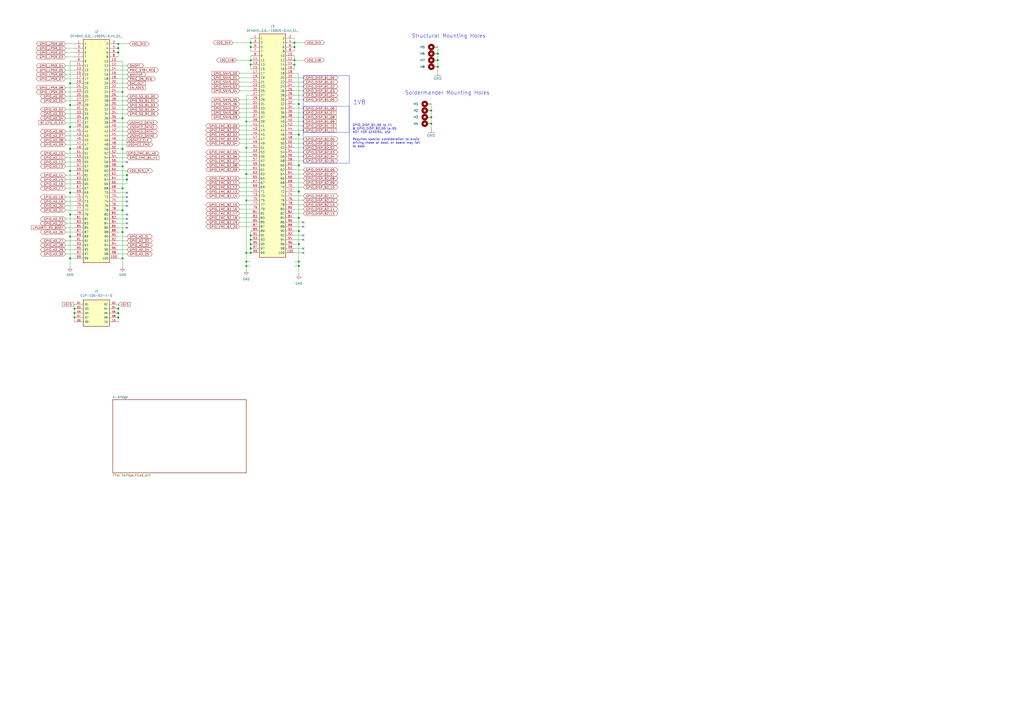
<source format=kicad_sch>
(kicad_sch (version 20230121) (generator eeschema)
  (paper "A2")
  (junction (at 145.415 139.065))
  (junction (at 145.415 146.685))
  (junction (at 71.12 68.58))
  (junction (at 170.815 24.765))
  (junction (at 40.64 99.06))
  (junction (at -270.51 266.573))
  (junction (at 142.875 85.725))
  (junction (at 71.12 149.86))
  (junction (at 145.415 144.145))
  (junction (at 250.19 67.945))
  (junction (at 254 31.115))
  (junction (at 71.12 121.92))
  (junction (at 71.12 86.36))
  (junction (at -209.4992 7.4676))
  (junction (at 173.355 60.325))
  (junction (at 68.58 25.4))
  (junction (at 71.12 109.22))
  (junction (at 40.64 73.66))
  (junction (at 170.815 27.305))
  (junction (at 71.12 96.52))
  (junction (at 145.415 34.925))
  (junction (at 71.12 134.62))
  (junction (at 142.875 70.485))
  (junction (at 68.58 30.48))
  (junction (at 73.66 104.14))
  (junction (at 142.875 116.205))
  (junction (at 68.58 179.07))
  (junction (at 43.18 179.07))
  (junction (at 142.875 154.305))
  (junction (at -273.0246 253.873))
  (junction (at 170.815 37.465))
  (junction (at -270.4592 225.0186))
  (junction (at 40.64 48.26))
  (junction (at 71.12 53.34))
  (junction (at 40.64 60.96))
  (junction (at 43.18 181.61))
  (junction (at 68.58 184.15))
  (junction (at 40.64 111.76))
  (junction (at 145.415 24.765))
  (junction (at 254 34.925))
  (junction (at 250.19 71.755))
  (junction (at 170.815 34.925))
  (junction (at 142.875 151.765))
  (junction (at 173.355 78.105))
  (junction (at 250.19 64.135))
  (junction (at 40.64 124.46))
  (junction (at -272.9992 197.9676))
  (junction (at 173.355 141.605))
  (junction (at 173.355 133.985))
  (junction (at -270.4846 256.413))
  (junction (at 254 38.735))
  (junction (at 68.58 181.61))
  (junction (at 173.355 111.125))
  (junction (at 68.58 27.94))
  (junction (at 40.64 149.86))
  (junction (at -272.9992 208.1276))
  (junction (at 145.415 136.525))
  (junction (at -270.51 279.4))
  (junction (at 73.66 101.6))
  (junction (at 43.18 184.15))
  (junction (at 173.355 126.365))
  (junction (at -168.8592 53.1876))
  (junction (at 145.415 37.465))
  (junction (at 145.415 27.305))
  (junction (at 173.355 151.765))
  (junction (at 142.875 146.685))
  (junction (at -270.4592 210.6676))
  (junction (at 173.355 95.885))
  (junction (at 173.355 154.305))
  (junction (at 142.875 100.965))
  (junction (at 40.64 137.16))
  (junction (at 40.64 86.36))
  (junction (at 145.415 141.605))
  (junction (at -273.05 264.033))
  (no_connect (at 175.895 146.685))
  (no_connect (at 73.66 124.46))
  (no_connect (at 73.66 119.38))
  (no_connect (at 175.895 128.905))
  (no_connect (at 175.895 131.445))
  (no_connect (at 175.895 144.145))
  (no_connect (at 73.66 127))
  (no_connect (at 73.66 129.54))
  (no_connect (at 73.66 116.84))
  (no_connect (at 73.66 93.98))
  (no_connect (at 175.895 139.065))
  (no_connect (at 73.66 132.08))
  (no_connect (at 73.66 111.76))
  (no_connect (at 175.895 136.525))
  (no_connect (at 73.66 114.3))
  (wire (pts (xy -241.0968 192.8876) (xy -229.8192 192.8876)))
  (wire (pts (xy 73.66 91.44) (xy 68.58 91.44)))
  (wire (pts (xy 142.875 116.205) (xy 142.875 146.685)))
  (wire (pts (xy -270.4592 200.5076) (xy -275.5392 200.5076)))
  (wire (pts (xy 170.815 22.225) (xy 170.815 24.765)))
  (wire (pts (xy -166.3192 37.9476) (xy -184.0992 37.9476)))
  (wire (pts (xy 38.1 104.14) (xy 43.18 104.14)))
  (wire (pts (xy 73.66 104.14) (xy 73.66 106.68)))
  (wire (pts (xy 145.415 136.525) (xy 145.415 139.065)))
  (wire (pts (xy -273.05 264.033) (xy -273.0246 264.033)))
  (wire (pts (xy -229.8192 137.0076) (xy -250.1392 137.0076)))
  (wire (pts (xy -160.3502 207.9498) (xy -160.3502 207.8228)))
  (wire (pts (xy 43.18 35.56) (xy 40.64 35.56)))
  (wire (pts (xy 71.12 35.56) (xy 71.12 53.34)))
  (wire (pts (xy 173.355 141.605) (xy 173.355 151.765)))
  (wire (pts (xy -270.51 266.573) (xy -270.4846 266.573)))
  (wire (pts (xy 145.415 154.305) (xy 142.875 154.305)))
  (wire (pts (xy -270.4592 200.5076) (xy -270.4592 210.6676)))
  (wire (pts (xy 40.64 99.06) (xy 43.18 99.06)))
  (wire (pts (xy -267.9192 164.9476) (xy -272.9992 164.9476)))
  (wire (pts (xy 142.875 146.685) (xy 142.875 151.765)))
  (wire (pts (xy 40.64 137.16) (xy 40.64 149.86)))
  (wire (pts (xy 173.355 60.325) (xy 173.355 78.105)))
  (wire (pts (xy -176.4792 106.5276) (xy -184.0992 106.5276)))
  (wire (pts (xy -179.0192 76.0476) (xy -151.0792 76.0476)))
  (wire (pts (xy 254 27.305) (xy 254 31.115)))
  (wire (pts (xy 173.355 126.365) (xy 173.355 133.985)))
  (wire (pts (xy -160.528 287.9598) (xy -184.0992 287.9598)))
  (wire (pts (xy 38.1 139.7) (xy 43.18 139.7)))
  (wire (pts (xy 73.66 81.28) (xy 68.58 81.28)))
  (wire (pts (xy 38.1 27.94) (xy 43.18 27.94)))
  (wire (pts (xy 139.065 60.325) (xy 145.415 60.325)))
  (wire (pts (xy 68.58 27.94) (xy 68.58 30.48)))
  (wire (pts (xy 71.12 121.92) (xy 71.12 134.62)))
  (wire (pts (xy 254 34.925) (xy 254 38.735)))
  (wire (pts (xy 38.1 53.34) (xy 43.18 53.34)))
  (wire (pts (xy -159.9692 318.8208) (xy -160.4772 318.8208)))
  (wire (pts (xy -160.2994 244.4242) (xy -184.0992 244.4242)))
  (wire (pts (xy 68.58 35.56) (xy 71.12 35.56)))
  (wire (pts (xy -229.8192 162.4076) (xy -250.1392 162.4076)))
  (wire (pts (xy -160.0962 213.0298) (xy -160.401 213.0298)))
  (wire (pts (xy 73.66 78.74) (xy 68.58 78.74)))
  (wire (pts (xy -160.6296 334.0608) (xy -159.9692 334.0608)))
  (wire (pts (xy -166.3192 40.4876) (xy -184.0992 40.4876)))
  (wire (pts (xy 175.895 106.045) (xy 170.815 106.045)))
  (wire (pts (xy 170.815 24.765) (xy 170.815 27.305)))
  (wire (pts (xy 73.66 127) (xy 68.58 127)))
  (wire (pts (xy 139.065 90.805) (xy 145.415 90.805)))
  (wire (pts (xy -160.6296 333.9338) (xy -184.0992 333.9338)))
  (wire (pts (xy -159.9692 326.4408) (xy -160.5534 326.4408)))
  (wire (pts (xy -253.873 360.807) (xy -253.873 345.2876)))
  (wire (pts (xy 38.1 91.44) (xy 43.18 91.44)))
  (wire (pts (xy 73.66 63.5) (xy 68.58 63.5)))
  (wire (pts (xy 175.895 108.585) (xy 170.815 108.585)))
  (wire (pts (xy -275.5646 266.573) (xy -270.51 266.573)))
  (wire (pts (xy -160.274 257.2512) (xy -160.4264 257.2512)))
  (wire (pts (xy 139.065 80.645) (xy 145.415 80.645)))
  (wire (pts (xy 43.18 181.61) (xy 43.18 184.15)))
  (wire (pts (xy -159.639 298.2214) (xy -159.8168 298.2214)))
  (wire (pts (xy 175.895 113.665) (xy 170.815 113.665)))
  (wire (pts (xy 175.895 57.785) (xy 170.815 57.785)))
  (wire (pts (xy 38.1 93.98) (xy 43.18 93.98)))
  (wire (pts (xy 40.64 149.86) (xy 43.18 149.86)))
  (wire (pts (xy -166.3192 45.5676) (xy -184.0992 45.5676)))
  (wire (pts (xy -270.4338 210.6676) (xy -270.4338 225.0186)))
  (wire (pts (xy 68.58 53.34) (xy 71.12 53.34)))
  (wire (pts (xy -270.4846 256.413) (xy -270.4592 256.413)))
  (wire (pts (xy 38.1 116.84) (xy 43.18 116.84)))
  (wire (pts (xy 38.1 121.92) (xy 43.18 121.92)))
  (wire (pts (xy 145.415 133.985) (xy 145.415 136.525)))
  (wire (pts (xy 170.815 95.885) (xy 173.355 95.885)))
  (wire (pts (xy -270.4846 256.413) (xy -270.4846 266.573)))
  (wire (pts (xy 73.66 43.18) (xy 68.58 43.18)))
  (wire (pts (xy 173.355 78.105) (xy 173.355 95.885)))
  (wire (pts (xy 38.1 55.88) (xy 43.18 55.88)))
  (wire (pts (xy 145.415 144.145) (xy 145.415 146.685)))
  (wire (pts (xy 170.815 141.605) (xy 173.355 141.605)))
  (wire (pts (xy -275.5646 256.413) (xy -270.4846 256.413)))
  (wire (pts (xy -160.5026 321.2338) (xy -184.0992 321.2338)))
  (wire (pts (xy 175.895 73.025) (xy 170.815 73.025)))
  (wire (pts (xy -272.9738 222.4786) (xy -275.5138 222.4786)))
  (wire (pts (xy -275.5392 215.7476) (xy -229.8192 215.7476)))
  (wire (pts (xy 142.875 116.205) (xy 145.415 116.205)))
  (wire (pts (xy -160.4518 218.1098) (xy -160.4518 217.9828)))
  (wire (pts (xy 38.1 30.48) (xy 43.18 30.48)))
  (wire (pts (xy 175.895 52.705) (xy 170.815 52.705)))
  (wire (pts (xy -270.4592 225.0186) (xy -270.4338 225.0186)))
  (wire (pts (xy 170.815 111.125) (xy 173.355 111.125)))
  (wire (pts (xy -159.6644 295.6814) (xy -159.8168 295.6814)))
  (wire (pts (xy 73.66 106.68) (xy 68.58 106.68)))
  (wire (pts (xy 170.815 34.925) (xy 176.53 34.925)))
  (wire (pts (xy -160.4772 262.2042) (xy -184.0992 262.2042)))
  (wire (pts (xy 40.64 137.16) (xy 43.18 137.16)))
  (wire (pts (xy -270.51 266.573) (xy -270.51 279.4)))
  (wire (pts (xy 142.875 151.765) (xy 145.415 151.765)))
  (wire (pts (xy 73.66 104.14) (xy 68.58 104.14)))
  (wire (pts (xy 38.1 127) (xy 43.18 127)))
  (wire (pts (xy -160.0962 223.1898) (xy -160.5026 223.1898)))
  (wire (pts (xy 139.065 128.905) (xy 145.415 128.905)))
  (wire (pts (xy 170.815 139.065) (xy 175.895 139.065)))
  (wire (pts (xy -160.4772 220.5228) (xy -184.0992 220.5228)))
  (wire (pts (xy 38.1 50.8) (xy 43.18 50.8)))
  (wire (pts (xy -159.8168 285.5214) (xy -159.766 285.5214)))
  (wire (pts (xy -159.7152 290.6268) (xy -160.528 290.6268)))
  (wire (pts (xy -166.3192 30.3276) (xy -168.8592 30.3276)))
  (wire (pts (xy 73.66 137.16) (xy 68.58 137.16)))
  (wire (pts (xy 38.1 83.82) (xy 43.18 83.82)))
  (wire (pts (xy 68.58 181.61) (xy 68.58 184.15)))
  (wire (pts (xy 139.065 118.745) (xy 145.415 118.745)))
  (wire (pts (xy -270.4592 225.0186) (xy -275.5138 225.0186)))
  (wire (pts (xy 43.18 60.96) (xy 40.64 60.96)))
  (wire (pts (xy 175.895 70.485) (xy 170.815 70.485)))
  (wire (pts (xy 38.1 25.4) (xy 43.18 25.4)))
  (wire (pts (xy 254 38.735) (xy 254 41.275)))
  (wire (pts (xy -160.528 298.2468) (xy -160.528 298.1198)))
  (wire (pts (xy 38.1 78.74) (xy 43.18 78.74)))
  (wire (pts (xy -229.8192 324.9676) (xy -257.6068 324.9676)))
  (wire (pts (xy -159.8168 288.0614) (xy -159.7406 288.0614)))
  (wire (pts (xy -257.6068 322.4276) (xy -255.0668 322.4276)))
  (wire (pts (xy 68.58 50.8) (xy 73.66 50.8)))
  (wire (pts (xy -229.8192 172.5676) (xy -250.1392 172.5676)))
  (wire (pts (xy 71.12 96.52) (xy 71.12 109.22)))
  (wire (pts (xy -273.05 276.86) (xy -275.59 276.86)))
  (wire (pts (xy -160.528 285.4198) (xy -184.0992 285.4198)))
  (wire (pts (xy 175.895 45.085) (xy 170.815 45.085)))
  (wire (pts (xy 38.1 106.68) (xy 43.18 106.68)))
  (wire (pts (xy 73.66 45.72) (xy 68.58 45.72)))
  (wire (pts (xy 40.64 73.66) (xy 43.18 73.66)))
  (wire (pts (xy -257.6068 345.2876) (xy -253.873 345.2876)))
  (wire (pts (xy -270.4592 210.6676) (xy -275.5392 210.6676)))
  (wire (pts (xy 38.1 88.9) (xy 43.18 88.9)))
  (wire (pts (xy -159.7406 288.0614) (xy -159.7406 288.0868)))
  (wire (pts (xy 40.64 111.76) (xy 43.18 111.76)))
  (wire (pts (xy 73.66 119.38) (xy 68.58 119.38)))
  (wire (pts (xy 170.815 136.525) (xy 175.895 136.525)))
  (wire (pts (xy 139.065 52.705) (xy 145.415 52.705)))
  (wire (pts (xy -160.4518 316.2808) (xy -160.4518 316.1538)))
  (wire (pts (xy -160.528 225.6028) (xy -184.0992 225.6028)))
  (wire (pts (xy 68.58 184.15) (xy 68.58 186.69)))
  (wire (pts (xy -159.6898 293.1668) (xy -160.528 293.1668)))
  (wire (pts (xy -160.528 290.6268) (xy -160.528 290.4998)))
  (wire (pts (xy -160.528 293.1668) (xy -160.528 293.0398)))
  (wire (pts (xy 71.12 53.34) (xy 71.12 68.58)))
  (wire (pts (xy 40.64 111.76) (xy 40.64 124.46)))
  (wire (pts (xy 139.065 83.185) (xy 145.415 83.185)))
  (wire (pts (xy 139.065 73.025) (xy 145.415 73.025)))
  (wire (pts (xy 139.065 108.585) (xy 145.415 108.585)))
  (wire (pts (xy 139.065 50.165) (xy 145.415 50.165)))
  (wire (pts (xy 73.66 71.12) (xy 68.58 71.12)))
  (wire (pts (xy -160.528 295.5798) (xy -184.0992 295.5798)))
  (wire (pts (xy 68.58 121.92) (xy 71.12 121.92)))
  (wire (pts (xy -160.4772 262.3312) (xy -160.4772 262.2042)))
  (wire (pts (xy -273.05 264.033) (xy -273.05 276.86)))
  (wire (pts (xy -160.4772 318.6938) (xy -184.0992 318.6938)))
  (wire (pts (xy -160.5534 228.2698) (xy -160.5534 228.1428)))
  (wire (pts (xy -160.3502 249.6312) (xy -160.3502 249.5042)))
  (wire (pts (xy 170.815 42.545) (xy 173.355 42.545)))
  (wire (pts (xy -168.8592 30.3276) (xy -168.8592 53.1876)))
  (wire (pts (xy -159.9692 331.5208) (xy -160.6042 331.5208)))
  (wire (pts (xy -160.274 244.5512) (xy -160.2994 244.5512)))
  (wire (pts (xy 68.58 149.86) (xy 71.12 149.86)))
  (wire (pts (xy -166.3192 32.8676) (xy -184.0992 32.8676)))
  (wire (pts (xy 170.815 144.145) (xy 175.895 144.145)))
  (wire (pts (xy 142.875 151.765) (xy 142.875 154.305)))
  (wire (pts (xy 254 31.115) (xy 254 34.925)))
  (wire (pts (xy -159.766 285.5468) (xy -160.528 285.5468)))
  (wire (pts (xy 68.58 66.04) (xy 73.66 66.04)))
  (wire (pts (xy 40.64 73.66) (xy 40.64 86.36)))
  (wire (pts (xy -160.528 300.7868) (xy -160.528 300.6598)))
  (wire (pts (xy -159.6136 300.7614) (xy -159.6136 300.7868)))
  (wire (pts (xy 73.66 129.54) (xy 68.58 129.54)))
  (wire (pts (xy -241.2746 248.793) (xy -229.8192 248.793)))
  (wire (pts (xy -275.5646 253.873) (xy -273.0246 253.873)))
  (wire (pts (xy 68.58 134.62) (xy 71.12 134.62)))
  (wire (pts (xy -160.0962 210.4898) (xy -160.3756 210.4898)))
  (wire (pts (xy 40.64 124.46) (xy 40.64 137.16)))
  (wire (pts (xy 38.1 66.04) (xy 43.18 66.04)))
  (wire (pts (xy 175.895 62.865) (xy 170.815 62.865)))
  (wire (pts (xy -280.6954 134.4676) (xy -278.0792 134.4676)))
  (wire (pts (xy -159.9692 321.3608) (xy -160.5026 321.3608)))
  (wire (pts (xy -267.843 190.3476) (xy -262.5344 190.3476)))
  (wire (pts (xy 176.53 24.765) (xy 170.815 24.765)))
  (wire (pts (xy 250.19 71.755) (xy 250.19 74.295)))
  (wire (pts (xy 139.065 88.265) (xy 145.415 88.265)))
  (wire (pts (xy -273.0246 253.873) (xy -263.1186 253.873)))
  (wire (pts (xy -159.7914 282.9814) (xy -159.7914 283.0068)))
  (wire (pts (xy -275.5138 235.1786) (xy -229.8192 235.1786)))
  (wire (pts (xy -179.0192 7.4676) (xy -179.0192 76.0476)))
  (wire (pts (xy -160.655 336.6008) (xy -160.655 336.4738)))
  (wire (pts (xy 145.415 24.765) (xy 145.415 27.305)))
  (wire (pts (xy 139.065 103.505) (xy 145.415 103.505)))
  (wire (pts (xy -160.274 247.0912) (xy -160.3248 247.0912)))
  (wire (pts (xy -229.8192 116.6876) (xy -250.1392 116.6876)))
  (wire (pts (xy -176.4792 159.8676) (xy -184.0992 159.8676)))
  (wire (pts (xy 175.895 93.345) (xy 170.815 93.345)))
  (wire (pts (xy 139.065 106.045) (xy 145.415 106.045)))
  (wire (pts (xy -160.528 225.7298) (xy -160.0962 225.7298)))
  (wire (pts (xy 173.355 111.125) (xy 173.355 126.365)))
  (wire (pts (xy 175.895 88.265) (xy 170.815 88.265)))
  (wire (pts (xy 175.895 47.625) (xy 170.815 47.625)))
  (wire (pts (xy 68.58 179.07) (xy 68.58 181.61)))
  (wire (pts (xy 142.875 146.685) (xy 145.415 146.685)))
  (wire (pts (xy 173.355 154.305) (xy 173.355 159.385)))
  (wire (pts (xy 73.66 88.9) (xy 68.58 88.9)))
  (wire (pts (xy -159.8168 280.4414) (xy -159.8168 280.4668)))
  (wire (pts (xy 38.1 40.64) (xy 43.18 40.64)))
  (wire (pts (xy -229.8192 332.5876) (xy -257.6068 332.5876)))
  (wire (pts (xy 139.065 42.545) (xy 145.415 42.545)))
  (wire (pts (xy -160.6042 331.5208) (xy -160.6042 331.3938)))
  (wire (pts (xy 73.66 142.24) (xy 68.58 142.24)))
  (wire (pts (xy -160.3756 252.1712) (xy -160.3756 252.0442)))
  (wire (pts (xy 38.1 81.28) (xy 43.18 81.28)))
  (wire (pts (xy -179.0192 7.4676) (xy -209.4992 7.4676)))
  (wire (pts (xy -160.528 290.4998) (xy -184.0992 290.4998)))
  (wire (pts (xy 68.58 25.4) (xy 74.93 25.4)))
  (wire (pts (xy 73.66 73.66) (xy 68.58 73.66)))
  (wire (pts (xy -159.6136 300.7614) (xy -159.8168 300.7614)))
  (wire (pts (xy 73.66 101.6) (xy 73.66 104.14)))
  (wire (pts (xy 43.18 48.26) (xy 40.64 48.26)))
  (wire (pts (xy 38.1 43.18) (xy 43.18 43.18)))
  (wire (pts (xy -160.4772 262.3312) (xy -160.274 262.3312)))
  (wire (pts (xy -160.4518 217.9828) (xy -184.0992 217.9828)))
  (wire (pts (xy -160.4264 257.1242) (xy -184.0992 257.1242)))
  (wire (pts (xy -160.528 285.5468) (xy -160.528 285.4198)))
  (wire (pts (xy -159.6898 293.1414) (xy -159.6898 293.1668)))
  (wire (pts (xy 73.66 60.96) (xy 68.58 60.96)))
  (wire (pts (xy -160.3756 252.0442) (xy -184.0992 252.0442)))
  (wire (pts (xy -270.51 279.4) (xy -270.51 360.3498)))
  (wire (pts (xy 73.66 132.08) (xy 68.58 132.08)))
  (wire (pts (xy -160.528 323.9008) (xy -160.528 323.7738)))
  (wire (pts (xy -275.5138 227.5586) (xy -229.8192 227.5586)))
  (wire (pts (xy 40.64 99.06) (xy 40.64 111.76)))
  (wire (pts (xy -270.4338 210.6676) (xy -270.4592 210.6676)))
  (wire (pts (xy -229.8192 170.0276) (xy -250.1392 170.0276)))
  (wire (pts (xy -275.59 287.02) (xy -229.8192 287.02)))
  (wire (pts (xy 145.415 55.245) (xy 142.875 55.245)))
  (wire (pts (xy 175.895 90.805) (xy 170.815 90.805)))
  (wire (pts (xy -160.401 254.5842) (xy -184.0992 254.5842)))
  (wire (pts (xy -160.528 298.1198) (xy -184.0992 298.1198)))
  (wire (pts (xy -229.8192 144.6276) (xy -250.1392 144.6276)))
  (wire (pts (xy -275.5392 203.0476) (xy -229.8192 203.0476)))
  (wire (pts (xy 139.065 45.085) (xy 145.415 45.085)))
  (wire (pts (xy -160.274 252.1712) (xy -160.3756 252.1712)))
  (wire (pts (xy 170.815 34.925) (xy 170.815 37.465)))
  (wire (pts (xy 170.815 146.685) (xy 175.895 146.685)))
  (wire (pts (xy 139.065 113.665) (xy 145.415 113.665)))
  (wire (pts (xy 145.415 141.605) (xy 145.415 144.145)))
  (wire (pts (xy 139.065 75.565) (xy 145.415 75.565)))
  (wire (pts (xy 170.815 126.365) (xy 173.355 126.365)))
  (wire (pts (xy 40.64 35.56) (xy 40.64 48.26)))
  (wire (pts (xy 71.12 134.62) (xy 71.12 149.86)))
  (wire (pts (xy -160.274 254.7112) (xy -160.401 254.7112)))
  (wire (pts (xy -273.0246 253.873) (xy -273.0246 264.033)))
  (wire (pts (xy 139.065 123.825) (xy 145.415 123.825)))
  (wire (pts (xy 71.12 68.58) (xy 71.12 86.36)))
  (wire (pts (xy -159.6136 300.7868) (xy -160.528 300.7868)))
  (wire (pts (xy 139.065 93.345) (xy 145.415 93.345)))
  (wire (pts (xy 43.18 179.07) (xy 43.18 181.61)))
  (wire (pts (xy 73.66 99.06) (xy 68.58 99.06)))
  (wire (pts (xy -275.59 279.4) (xy -270.51 279.4)))
  (wire (pts (xy 250.19 67.945) (xy 250.19 71.755)))
  (wire (pts (xy -160.4264 257.2512) (xy -160.4264 257.1242)))
  (wire (pts (xy -275.59 289.56) (xy -229.8192 289.56)))
  (wire (pts (xy -275.5138 230.0986) (xy -229.8192 230.0986)))
  (wire (pts (xy -160.4518 259.6642) (xy -184.0992 259.6642)))
  (wire (pts (xy 170.815 78.105) (xy 173.355 78.105)))
  (wire (pts (xy -159.8168 280.4668) (xy -160.528 280.4668)))
  (wire (pts (xy -272.9992 197.9676) (xy -272.9992 208.1276)))
  (wire (pts (xy -160.4518 316.1538) (xy -184.0992 316.1538)))
  (wire (pts (xy -160.5788 328.9808) (xy -160.5788 328.8538)))
  (wire (pts (xy 170.815 60.325) (xy 173.355 60.325)))
  (wire (pts (xy 73.66 99.06) (xy 73.66 101.6)))
  (wire (pts (xy -160.528 295.7068) (xy -160.528 295.5798)))
  (wire (pts (xy 38.1 71.12) (xy 43.18 71.12)))
  (wire (pts (xy -151.0792 83.6676) (xy -158.6992 83.6676)))
  (wire (pts (xy -160.528 323.7738) (xy -184.0992 323.7738)))
  (wire (pts (xy -229.8192 330.0476) (xy -257.6068 330.0476)))
  (wire (pts (xy 145.415 32.385) (xy 145.415 34.925)))
  (wire (pts (xy 40.64 48.26) (xy 40.64 60.96)))
  (wire (pts (xy -160.5534 326.4408) (xy -160.5534 326.3138)))
  (wire (pts (xy -160.0962 218.1098) (xy -160.4518 218.1098)))
  (wire (pts (xy 175.895 50.165) (xy 170.815 50.165)))
  (wire (pts (xy -217.2208 7.4676) (xy -216.5858 7.493)))
  (wire (pts (xy -280.5938 103.378) (xy -280.5938 106.5276)))
  (wire (pts (xy -160.528 280.4668) (xy -160.528 280.3398)))
  (wire (pts (xy 40.64 60.96) (xy 40.64 73.66)))
  (wire (pts (xy -151.0792 78.5876) (xy -184.0992 78.5876)))
  (wire (pts (xy 73.66 111.76) (xy 68.58 111.76)))
  (wire (pts (xy 38.1 101.6) (xy 43.18 101.6)))
  (wire (pts (xy 173.355 42.545) (xy 173.355 60.325)))
  (wire (pts (xy -275.5646 269.113) (xy -229.8192 269.113)))
  (wire (pts (xy 73.66 144.78) (xy 68.58 144.78)))
  (wire (pts (xy -160.528 225.7298) (xy -160.528 225.6028)))
  (wire (pts (xy -275.59 281.94) (xy -229.8192 281.94)))
  (wire (pts (xy 145.415 27.305) (xy 145.415 29.845)))
  (wire (pts (xy 73.66 58.42) (xy 68.58 58.42)))
  (wire (pts (xy -267.5382 246.253) (xy -263.1186 246.253)))
  (wire (pts (xy -160.0962 220.6498) (xy -160.4772 220.6498)))
  (wire (pts (xy 139.065 98.425) (xy 145.415 98.425)))
  (wire (pts (xy -159.9692 316.2808) (xy -160.4518 316.2808)))
  (wire (pts (xy 145.415 100.965) (xy 142.875 100.965)))
  (wire (pts (xy 137.16 34.925) (xy 145.415 34.925)))
  (wire (pts (xy -160.528 288.0868) (xy -160.528 287.9598)))
  (wire (pts (xy 38.1 68.58) (xy 43.18 68.58)))
  (wire (pts (xy -209.4992 7.4676) (xy -209.4992 25.2476)))
  (wire (pts (xy 142.875 100.965) (xy 142.875 116.205)))
  (wire (pts (xy 175.895 67.945) (xy 170.815 67.945)))
  (wire (pts (xy -216.5858 7.493) (xy -209.4992 7.4676)))
  (wire (pts (xy -275.5646 264.033) (xy -273.05 264.033)))
  (wire (pts (xy 68.58 30.48) (xy 68.58 33.02)))
  (wire (pts (xy -159.8168 282.9814) (xy -159.7914 282.9814)))
  (wire (pts (xy 73.66 114.3) (xy 68.58 114.3)))
  (wire (pts (xy 139.065 131.445) (xy 145.415 131.445)))
  (wire (pts (xy 145.415 139.065) (xy 145.415 141.605)))
  (wire (pts (xy 40.64 86.36) (xy 43.18 86.36)))
  (wire (pts (xy 139.065 57.785) (xy 145.415 57.785)))
  (wire (pts (xy 170.815 27.305) (xy 170.815 29.845)))
  (wire (pts (xy -272.9738 208.1276) (xy -272.9738 222.4786)))
  (wire (pts (xy -272.9992 197.9676) (xy -262.5344 197.9676)))
  (wire (pts (xy -275.5138 232.6386) (xy -229.8192 232.6386)))
  (wire (pts (xy -176.4792 142.0876) (xy -184.0992 142.0876)))
  (wire (pts (xy 38.1 96.52) (xy 43.18 96.52)))
  (wire (pts (xy -229.8192 106.5276) (xy -250.1392 106.5276)))
  (wire (pts (xy -160.528 293.0398) (xy -184.0992 293.0398)))
  (wire (pts (xy 139.065 95.885) (xy 145.415 95.885)))
  (wire (pts (xy 73.66 139.7) (xy 68.58 139.7)))
  (wire (pts (xy 139.065 67.945) (xy 145.415 67.945)))
  (wire (pts (xy 139.065 62.865) (xy 145.415 62.865)))
  (wire (pts (xy 175.895 98.425) (xy 170.815 98.425)))
  (wire (pts (xy 71.12 109.22) (xy 71.12 121.92)))
  (wire (pts (xy -275.5646 261.493) (xy -229.8192 261.493)))
  (wire (pts (xy -166.3192 53.1876) (xy -168.8592 53.1876)))
  (wire (pts (xy 139.065 126.365) (xy 145.415 126.365)))
  (wire (pts (xy 68.58 96.52) (xy 71.12 96.52)))
  (wire (pts (xy 68.58 109.22) (xy 71.12 109.22)))
  (wire (pts (xy 73.66 93.98) (xy 68.58 93.98)))
  (wire (pts (xy -160.5026 264.7442) (xy -184.0992 264.7442)))
  (wire (pts (xy -160.4264 215.5698) (xy -160.4264 215.4428)))
  (wire (pts (xy -160.528 282.8798) (xy -184.0992 282.8798)))
  (wire (pts (xy 175.895 100.965) (xy 170.815 100.965)))
  (wire (pts (xy 250.19 64.135) (xy 250.19 67.945)))
  (wire (pts (xy 175.895 103.505) (xy 170.815 103.505)))
  (wire (pts (xy -159.7152 290.6014) (xy -159.7152 290.6268)))
  (wire (pts (xy 38.1 58.42) (xy 43.18 58.42)))
  (wire (pts (xy -159.9692 336.6008) (xy -160.655 336.6008)))
  (wire (pts (xy -272.9738 208.1276) (xy -272.9992 208.1276)))
  (wire (pts (xy -229.8192 109.0676) (xy -250.1392 109.0676)))
  (wire (pts (xy -160.5534 326.3138) (xy -184.0992 326.3138)))
  (wire (pts (xy -229.8192 119.2276) (xy -250.1392 119.2276)))
  (wire (pts (xy 175.895 80.645) (xy 170.815 80.645)))
  (wire (pts (xy -160.6042 331.3938) (xy -184.0992 331.3938)))
  (wire (pts (xy 38.1 132.08) (xy 43.18 132.08)))
  (wire (pts (xy -229.8192 327.5076) (xy -257.6068 327.5076)))
  (wire (pts (xy 139.065 47.625) (xy 145.415 47.625)))
  (wire (pts (xy 142.875 70.485) (xy 142.875 85.725)))
  (wire (pts (xy 139.065 65.405) (xy 145.415 65.405)))
  (wire (pts (xy 73.66 38.1) (xy 68.58 38.1)))
  (wire (pts (xy -160.274 259.7912) (xy -160.4518 259.7912)))
  (wire (pts (xy 71.12 149.86) (xy 71.12 154.94)))
  (wire (pts (xy 43.18 176.53) (xy 43.18 179.07)))
  (wire (pts (xy 40.64 149.86) (xy 40.64 154.94)))
  (wire (pts (xy 38.1 33.02) (xy 43.18 33.02)))
  (wire (pts (xy -160.0962 228.2698) (xy -160.5534 228.2698)))
  (wire (pts (xy 142.875 154.305) (xy 142.875 156.845)))
  (wire (pts (xy -160.274 264.8712) (xy -160.5026 264.8712)))
  (wire (pts (xy -206.9592 22.7076) (xy -206.9592 25.2476)))
  (wire (pts (xy 73.66 124.46) (xy 68.58 124.46)))
  (wire (pts (xy -160.3502 207.8228) (xy -184.0992 207.8228)))
  (wire (pts (xy -160.2994 244.5512) (xy -160.2994 244.4242)))
  (wire (pts (xy 170.815 131.445) (xy 175.895 131.445)))
  (wire (pts (xy -159.8168 293.1414) (xy -159.6898 293.1414)))
  (wire (pts (xy 38.1 129.54) (xy 43.18 129.54)))
  (wire (pts (xy 142.875 85.725) (xy 145.415 85.725)))
  (wire (pts (xy 173.355 151.765) (xy 173.355 154.305)))
  (wire (pts (xy 68.58 25.4) (xy 68.58 27.94)))
  (wire (pts (xy -176.4792 124.3076) (xy -184.0992 124.3076)))
  (wire (pts (xy -275.5392 205.5876) (xy -229.7938 205.5876)))
  (wire (pts (xy -160.5026 264.8712) (xy -160.5026 264.7442)))
  (wire (pts (xy -229.8192 147.1676) (xy -250.1392 147.1676)))
  (wire (pts (xy -160.528 283.0068) (xy -160.528 282.8798)))
  (wire (pts (xy -159.6644 295.6814) (xy -159.6644 295.7068)))
  (wire (pts (xy 139.065 111.125) (xy 145.415 111.125)))
  (wire (pts (xy 250.19 60.325) (xy 250.19 64.135)))
  (wire (pts (xy -166.3192 43.0276) (xy -184.0992 43.0276)))
  (wire (pts (xy 43.18 184.15) (xy 43.18 186.69)))
  (wire (pts (xy -160.0962 207.9498) (xy -160.3502 207.9498)))
  (wire (pts (xy 38.1 147.32) (xy 43.18 147.32)))
  (wire (pts (xy 175.895 65.405) (xy 170.815 65.405)))
  (wire (pts (xy 73.66 116.84) (xy 68.58 116.84)))
  (wire (pts (xy -160.3756 210.4898) (xy -160.3756 210.3628)))
  (wire (pts (xy 73.66 40.64) (xy 68.58 40.64)))
  (wire (pts (xy -275.5392 213.2076) (xy -229.8192 213.2076)))
  (wire (pts (xy 145.415 37.465) (xy 145.415 40.005)))
  (wire (pts (xy 68.58 83.82) (xy 73.66 83.82)))
  (wire (pts (xy 38.1 134.62) (xy 43.18 134.62)))
  (wire (pts (xy -275.5646 271.653) (xy -229.8192 271.653)))
  (wire (pts (xy 38.1 76.2) (xy 43.18 76.2)))
  (wire (pts (xy 71.12 86.36) (xy 71.12 96.52)))
  (wire (pts (xy 175.895 75.565) (xy 170.815 75.565)))
  (wire (pts (xy 73.66 48.26) (xy 68.58 48.26)))
  (wire (pts (xy -160.3248 247.0912) (xy -160.3248 246.9642)))
  (wire (pts (xy -275.5392 197.9676) (xy -272.9992 197.9676)))
  (wire (pts (xy -166.3192 35.4076) (xy -184.0992 35.4076)))
  (wire (pts (xy -229.8192 134.4676) (xy -250.1392 134.4676)))
  (wire (pts (xy 145.415 22.225) (xy 145.415 24.765)))
  (wire (pts (xy 170.815 37.465) (xy 170.815 40.005)))
  (wire (pts (xy -176.4792 195.4276) (xy -184.0992 195.4276)))
  (wire (pts (xy 173.355 95.885) (xy 173.355 111.125)))
  (wire (pts (xy -159.766 285.5214) (xy -159.766 285.5468)))
  (wire (pts (xy 170.815 133.985) (xy 173.355 133.985)))
  (wire (pts (xy -159.639 298.2468) (xy -160.528 298.2468)))
  (wire (pts (xy 38.1 109.22) (xy 43.18 109.22)))
  (wire (pts (xy -160.274 249.6312) (xy -160.3502 249.6312)))
  (wire (pts (xy 38.1 63.5) (xy 43.18 63.5)))
  (wire (pts (xy -160.5026 321.3608) (xy -160.5026 321.2338)))
  (wire (pts (xy 170.815 32.385) (xy 170.815 34.925)))
  (wire (pts (xy -275.59 284.48) (xy -229.8192 284.48)))
  (wire (pts (xy 173.355 133.985) (xy 173.355 141.605)))
  (wire (pts (xy -159.6644 295.7068) (xy -160.528 295.7068)))
  (wire (pts (xy -160.3248 246.9642) (xy -184.0992 246.9642)))
  (wire (pts (xy 139.065 78.105) (xy 145.415 78.105)))
  (wire (pts (xy 175.895 118.745) (xy 170.815 118.745)))
  (wire (pts (xy -166.3192 50.6476) (xy -184.0992 50.6476)))
  (wire (pts (xy -272.9992 208.1276) (xy -275.5392 208.1276)))
  (wire (pts (xy 142.875 70.485) (xy 145.415 70.485)))
  (wire (pts (xy -280.5938 106.5276) (xy -278.0792 106.5276)))
  (wire (pts (xy 38.1 142.24) (xy 43.18 142.24)))
  (wire (pts (xy -160.4518 259.7912) (xy -160.4518 259.6642)))
  (wire (pts (xy -159.9692 323.9008) (xy -160.528 323.9008)))
  (wire (pts (xy -159.9692 328.9808) (xy -160.5788 328.9808)))
  (wire (pts (xy 142.875 85.725) (xy 142.875 100.965)))
  (wire (pts (xy 68.58 86.36) (xy 71.12 86.36)))
  (wire (pts (xy -160.401 213.0298) (xy -160.401 212.9028)))
  (wire (pts (xy 173.355 154.305) (xy 170.815 154.305)))
  (wire (pts (xy -160.401 212.9028) (xy -184.0992 212.9028)))
  (wire (pts (xy -160.655 336.4738) (xy -184.0992 336.4738)))
  (wire (pts (xy 170.815 128.905) (xy 175.895 128.905)))
  (wire (pts (xy -160.5026 223.0628) (xy -184.0992 223.0628)))
  (wire (pts (xy 175.895 55.245) (xy 170.815 55.245)))
  (wire (pts (xy -160.3502 249.5042) (xy -184.0992 249.5042)))
  (wire (pts (xy -280.6954 129.794) (xy -280.6954 134.4676)))
  (wire (pts (xy -160.3756 210.3628) (xy -184.0992 210.3628)))
  (wire (pts (xy 173.355 151.765) (xy 170.815 151.765)))
  (wire (pts (xy -270.4592 225.0186) (xy -270.4592 256.413)))
  (wire (pts (xy 38.1 119.38) (xy 43.18 119.38)))
  (wire (pts (xy -176.4792 177.6476) (xy -184.0992 177.6476)))
  (wire (pts (xy 68.58 68.58) (xy 71.12 68.58)))
  (wire (pts (xy -159.7406 288.0868) (xy -160.528 288.0868)))
  (wire (pts (xy 68.58 176.53) (xy 68.58 179.07)))
  (wire (pts (xy 145.415 34.925) (xy 145.415 37.465)))
  (wire (pts (xy 142.875 55.245) (xy 142.875 70.485)))
  (wire (pts (xy 38.1 45.72) (xy 43.18 45.72)))
  (wire (pts (xy 73.66 147.32) (xy 68.58 147.32)))
  (wire (pts (xy 38.1 144.78) (xy 43.18 144.78)))
  (wire (pts (xy 135.255 24.765) (xy 145.415 24.765)))
  (wire (pts (xy 38.1 38.1) (xy 43.18 38.1)))
  (wire (pts (xy -160.528 300.6598) (xy -184.0992 300.6598)))
  (wire (pts (xy -160.5788 328.8538) (xy -184.0992 328.8538)))
  (wire (pts (xy 73.66 76.2) (xy 68.58 76.2)))
  (wire (pts (xy -160.4772 220.6498) (xy -160.4772 220.5228)))
  (wire (pts (xy 139.065 121.285) (xy 145.415 121.285)))
  (wire (pts (xy 175.895 123.825) (xy 170.815 123.825)))
  (wire (pts (xy -163.7792 187.8076) (xy -163.7792 345.2876)))
  (wire (pts (xy -168.8592 55.7276) (xy -168.8592 53.1876)))
  (wire (pts (xy -160.6296 334.0608) (xy -160.6296 333.9338)))
  (wire (pts (xy -159.639 298.2214) (xy -159.639 298.2468)))
  (wire (pts (xy -166.3192 48.1076) (xy -184.0992 48.1076)))
  (wire (pts (xy -160.401 254.7112) (xy -160.401 254.5842)))
  (wire (pts (xy 38.1 114.3) (xy 43.18 114.3)))
  (wire (pts (xy -160.4772 318.8208) (xy -160.4772 318.6938)))
  (wire (pts (xy -160.0962 215.5698) (xy -160.4264 215.5698)))
  (wire (pts (xy -160.528 280.3398) (xy -184.0992 280.3398)))
  (wire (pts (xy 175.895 83.185) (xy 170.815 83.185)))
  (wire (pts (xy 40.64 124.46) (xy 43.18 124.46)))
  (wire (pts (xy -160.5534 228.1428) (xy -184.0992 228.1428)))
  (wire (pts (xy 73.66 55.88) (xy 68.58 55.88)))
  (wire (pts (xy 175.895 121.285) (xy 170.815 121.285)))
  (wire (pts (xy 73.66 101.6) (xy 68.58 101.6)))
  (wire (pts (xy -160.4264 215.4428) (xy -184.0992 215.4428)))
  (wire (pts (xy -275.5646 258.953) (xy -229.8192 258.953)))
  (wire (pts (xy 40.64 86.36) (xy 40.64 99.06)))
  (wire (pts (xy -160.5026 223.1898) (xy -160.5026 223.0628)))
  (wire (pts (xy -159.8168 290.6014) (xy -159.7152 290.6014)))
  (wire (pts (xy 175.895 85.725) (xy 170.815 85.725)))
  (wire (pts (xy -159.7914 283.0068) (xy -160.528 283.0068)))
  (wire (pts (xy 175.895 116.205) (xy 170.815 116.205)))
  (rectangle (start -311.0992 154.7876) (end -239.9792 180.1876))
  (rectangle (start -176.3776 62.9412) (end -128.1176 200.1012))
  (rectangle (start -176.3776 25.2476) (end -128.1176 62.9412))
  (rectangle (start -311.0992 96.3676) (end -239.9792 154.7876))
  (rectangle (start -204.3176 192.4812) (end -183.9976 197.5612))
  (rectangle (start -176.3776 200.1012) (end -128.1176 344.1954))
  (rectangle (start -202.3618 108.6612) (end -183.9976 103.3526))
  (rectangle (start -229.87 201.2696) (end -212.2678 237.8202))
  (rectangle (start -202.3618 144.2212) (end -183.9976 138.9126))
  (rectangle (start -231.267 141.4018) (end -216.027 149.0218))
  (rectangle (start 175.895 43.815) (end 202.565 76.835))
  (rectangle (start -199.2884 31.369) (end -184.0992 41.7322))
  (rectangle (start -204.3176 179.7812) (end -183.9976 174.7012))
  (rectangle (start -198.6026 221.9452) (end -184.0484 229.2604))
  (rectangle (start 175.895 61.595) (end 202.565 94.615))
  (rectangle (start -311.0992 180.1876) (end -239.9792 303.5808))
  (rectangle (start -229.7684 328.8284) (end -213.0806 323.2658))
  (rectangle (start -231.394 244.5258) (end -211.3026 294.0304))
  (rectangle (start -199.2884 41.7322) (end -184.0992 51.6636))
  (rectangle (start -199.2884 294.4622) (end -183.4388 301.7266))
  (rectangle (start -198.8058 330.327) (end -183.9214 337.439))
  (rectangle (start -202.3618 126.4412) (end -183.9976 121.1326))
  (rectangle (start -202.3618 162.0012) (end -183.9976 156.6926))
  (rectangle (start -199.0344 258.445) (end -184.2516 266.2682))
  (rectangle (start -231.9782 113.3602) (end -216.7382 120.9802))
  (rectangle (start -230.8352 167.132) (end -215.5952 174.752))
  (text "PWM\n" (at -199.2376 174.7012 0) (effects (font (size 1.27 1.27)) (justify right bottom)))
  (text "X+" (at -297.3832 230.9876 0) (effects (font (size 2.54 2.54)) (justify right bottom)))
  (text "1V8" (at 212.09 60.96 0) (effects (font (size 2.54 2.54)) (justify right bottom)))
  (text "LPUART4\n" (at -215.5952 167.132 0) (effects (font (size 1.27 1.27)) (justify right bottom)))
  (text "PWM\n" (at -199.3138 298.8564 0) (effects (font (size 1.27 1.27)) (justify right bottom)))
  (text "X-" (at -129.4384 171.6024 0) (effects (font (size 2.54 2.54)) (justify right bottom)))
  (text "GPS\n" (at -301.1424 160.6804 0) (effects (font (size 2.54 2.54)) (justify right bottom)))
  (text "Soldermander Mounting Holes" (at 234.95 55.245 0) (effects (font (size 2.159 2.159)) (justify left bottom)))
  (text "PWM\n" (at -199.898 47.8028 0) (effects (font (size 1.27 1.27)) (justify right bottom)))
  (text "PWM\n" (at -199.2376 121.3612 0) (effects (font (size 1.27 1.27)) (justify right bottom)))
  (text "LDO for analog 3V3 supply?\nadd inductor, caps to filter things out?\n\nShould I make an analog GND plane? I feel like I am fine.\n" (at -368.2238 203.1746 0) (effects (font (size 1.27 1.27)) (justify left bottom)))
  (text "Z+" (at -129.667 120.523 0) (effects (font (size 2.54 2.54)) (justify right bottom)))
  (text "Thruster\n" (at -130.7592 30.3276 0) (effects (font (size 2.54 2.54)) (justify right bottom)))
  (text "Photodiodes" (at -285.3944 186.4614 0) (effects (font (size 2.54 2.54)) (justify right bottom)))
  (text "ADC\n" (at -212.344 201.0156 0) (effects (font (size 1.27 1.27)) (justify right bottom)))
  (text "PWM\n" (at -199.5424 263.1948 0) (effects (font (size 1.27 1.27)) (justify right bottom)))
  (text "LPI2C1\n" (at -219.5322 323.0118 0) (effects (font (size 1.27 1.27)) (justify left bottom)))
  (text "Y-" (at -129.4384 164.6428 0) (effects (font (size 2.54 2.54)) (justify right bottom)))
  (text "IMU + MAG\n" (at -287.401 103.0986 0) (effects (font (size 2.54 2.54)) (justify right bottom)))
  (text "X+" (at -129.667 132.7658 0) (effects (font (size 2.54 2.54)) (justify right bottom)))
  (text "Y-" (at -297.815 268.9352 0) (effects (font (size 2.54 2.54)) (justify right bottom)))
  (text "Structural Mounting Holes" (at 238.76 22.225 0) (effects (font (size 2.159 2.159)) (justify left bottom)))
  (text "Z-" (at -129.286 157.6832 0) (effects (font (size 2.54 2.54)) (justify right bottom)))
  (text "Y+" (at -290.3728 213.741 0) (effects (font (size 2.54 2.54)) (justify right bottom)))
  (text "Y+" (at -129.8194 126.9238 0) (effects (font (size 2.54 2.54)) (justify right bottom)))
  (text "Wheels\n" (at -113.6142 206.5782 0) (effects (font (size 2.54 2.54)) (justify right bottom)))
  (text "GPIO_DISP_B1_06 to 11 \n& GPIO_DISP_B2_00 to 05\nNOT FOR GENERAL USE\n\nRequires special consideration to avoid \ndriving these at boot, or board may fail \nto boot" (at 204.47 85.725 0) (effects (font (size 1.27 1.27)) (justify left bottom)))
  (text "Z+" (at -290.3728 201.6252 0) (effects (font (size 2.54 2.54)) (justify right bottom)))
  (text "PWM\n" (at -199.2376 156.9212 0) (effects (font (size 1.27 1.27)) (justify right bottom)))
  (text "PWM\n" (at -199.2376 139.1412 0) (effects (font (size 1.27 1.27)) (justify right bottom)))
  (text "PWM\n" (at -199.2376 103.5812 0) (effects (font (size 1.27 1.27)) (justify right bottom)))
  (text "GPIO\n\n" (at -199.7202 39.7764 0) (effects (font (size 1.27 1.27)) (justify right bottom)))
  (text "PWM\n" (at -199.2376 192.4812 0) (effects (font (size 1.27 1.27)) (justify right bottom)))
  (text "LPI2C4\n" (at -216.027 141.4018 0) (effects (font (size 1.27 1.27)) (justify right bottom)))
  (text "Coils\n" (at -130.6576 68.0212 0) (effects (font (size 2.54 2.54)) (justify right bottom)))
  (text "Z-" (at -297.9674 258.191 0) (effects (font (size 2.54 2.54)) (justify right bottom)))
  (text "PWM\n" (at -199.1614 334.9752 0) (effects (font (size 1.27 1.27)) (justify right bottom)))
  (text "PWM\n" (at -199.009 226.6442 0) (effects (font (size 1.27 1.27)) (justify right bottom)))
  (text "These are set up to either run the\ncurrent coils, or run new coils \nthat just have h-bridges on them\n(i.e. by PWM-ing them). The jumpers\nare to protect the GNC board from Vsolar\n(which is on the current side panel \nharnesses)" (at -126.3396 77.9272 0) (effects (font (size 1.27 1.27)) (justify left bottom)))
  (text "LPI2C2\n" (at -216.7382 113.3602 0) (effects (font (size 1.27 1.27)) (justify right bottom)))
  (text "ADC\n" (at -213.1822 256.8702 0) (effects (font (size 1.27 1.27)) (justify right bottom)))
  (text "X-" (at -297.2054 285.2928 0) (effects (font (size 2.54 2.54)) (justify right bottom)))
  (label "SDA2" (at -242.5192 116.6876 180))
  (label "SCL4" (at -242.5192 144.6276 180))
  (label "SCL2" (at -242.5192 119.2276 180))
  (label "3V3_PD2" (at -265.6586 253.873 180))
  (label "EN_COILS" (at -163.7792 78.5876 180))
  (label "SDA4" (at -242.5192 147.1676 180))
  (label "3V3_PD1" (at -262.8392 197.9676 180))
  (label "RX_FROM_GPS" (at -244.7544 172.5676 0))
  (label "VSYS" (at -216.5858 7.493 0))
  (label "TX_TO_GPS" (at -244.729 170.0276 0))
  (global_label "ONOFF" (shape bidirectional) (at 73.66 38.1 0) (property "Intersheetrefs" "${INTERSHEET_REFS}" (effects hide)))
  (global_label "GPIO_EMC_B2_19" (shape bidirectional) (at 139.065 128.905 180) (property "Intersheetrefs" "${INTERSHEET_REFS}" (effects hide)))
  (global_label "GPIO_AD_15" (shape bidirectional) (at 38.1 104.14 180) (property "Intersheetrefs" "${INTERSHEET_REFS}" (effects hide)))
  (global_label "GPIO_DISP_B1_11" (shape input) (at 175.895 75.565 0) (property "Intersheetrefs" "${INTERSHEET_REFS}" (effects hide)))
  (global_label "GPIO_EMC_B1_40" (shape output) (at 73.66 88.9 0) (property "Intersheetrefs" "${INTERSHEET_REFS}" (effects hide)))
  (global_label "GPIO_SNVS_00" (shape input) (at 139.065 42.545 180) (property "Intersheetrefs" "${INTERSHEET_REFS}" (effects hide)))
  (global_label "GPIO_DISP_B2_01" (shape bidirectional) (at 175.895 83.185 0) (property "Intersheetrefs" "${INTERSHEET_REFS}" (effects hide)))
  (global_label "GPIO_AD_28" (shape bidirectional) (at 38.1 142.24 180) (property "Intersheetrefs" "${INTERSHEET_REFS}" (effects hide)))
  (global_label "GPIO_LPSR_05" (shape bidirectional) (at 38.1 40.64 180) (property "Intersheetrefs" "${INTERSHEET_REFS}" (effects hide)))
  (global_label "GPIO_SNVS_08" (shape input) (at 139.065 65.405 180) (property "Intersheetrefs" "${INTERSHEET_REFS}" (effects hide)))
  (global_label "GPIO_EMC_B2_18" (shape bidirectional) (at 139.065 126.365 180) (property "Intersheetrefs" "${INTERSHEET_REFS}" (effects hide)))
  (global_label "USDHC2_DATA2" (shape bidirectional) (at 73.66 73.66 0) (property "Intersheetrefs" "${INTERSHEET_REFS}" (effects hide)))
  (global_label "GPIO_LPSR_09" (shape bidirectional) (at 38.1 53.34 180) (property "Intersheetrefs" "${INTERSHEET_REFS}" (effects hide)))
  (global_label "GPIO_SD_B1_04" (shape bidirectional) (at 73.66 63.5 0) (property "Intersheetrefs" "${INTERSHEET_REFS}" (effects hide)))
  (global_label "GPIO_SNVS_01" (shape input) (at 139.065 45.085 180) (property "Intersheetrefs" "${INTERSHEET_REFS}" (effects hide)))
  (global_label "GPIO_AD_03" (shape bidirectional) (at 38.1 66.04 180) (property "Intersheetrefs" "${INTERSHEET_REFS}" (effects hide)))
  (global_label "GPIO_AD_34" (shape bidirectional) (at 73.66 144.78 0) (property "Intersheetrefs" "${INTERSHEET_REFS}" (effects hide)))
  (global_label "GPIO_EMC_B2_07" (shape bidirectional) (at 139.065 93.345 180) (property "Intersheetrefs" "${INTERSHEET_REFS}" (effects hide)))
  (global_label "USDHC2_CLK" (shape output) (at 73.66 81.28 0) (property "Intersheetrefs" "${INTERSHEET_REFS}" (effects hide)))
  (global_label "GPIO_DISP_B2_09" (shape bidirectional) (at 175.895 106.045 0) (property "Intersheetrefs" "${INTERSHEET_REFS}" (effects hide)))
  (global_label "GPIO_LPSR_08" (shape bidirectional) (at 38.1 50.8 180) (property "Intersheetrefs" "${INTERSHEET_REFS}" (effects hide)))
  (global_label "GPIO_EMC_B2_15" (shape bidirectional) (at 139.065 118.745 180) (property "Intersheetrefs" "${INTERSHEET_REFS}" (effects hide)))
  (global_label "GPIO_AD_04" (shape bidirectional) (at 38.1 68.58 180) (property "Intersheetrefs" "${INTERSHEET_REFS}" (effects hide)))
  (global_label "GPIO_AD_27" (shape bidirectional) (at 38.1 139.7 180) (property "Intersheetrefs" "${INTERSHEET_REFS}" (effects hide)))
  (global_label "GPIO_DISP_B1_09" (shape input) (at 175.895 70.485 0) (property "Intersheetrefs" "${INTERSHEET_REFS}" (effects hide)))
  (global_label "GPIO_LPSR_06" (shape bidirectional) (at 38.1 43.18 180) (property "Intersheetrefs" "${INTERSHEET_REFS}" (effects hide)))
  (global_label "GPIO_EMC_B2_02" (shape bidirectional) (at 139.065 78.105 180) (property "Intersheetrefs" "${INTERSHEET_REFS}" (effects hide)))
  (global_label "USDHC2_DATA1" (shape bidirectional) (at 73.66 76.2 0) (property "Intersheetrefs" "${INTERSHEET_REFS}" (effects hide)))
  (global_label "PMIC_STBY_REQ" (shape bidirectional) (at 73.66 40.64 0) (property "Intersheetrefs" "${INTERSHEET_REFS}" (effects hide)))
  (global_label "GPIO_DISP_B1_07" (shape input) (at 175.895 65.405 0) (property "Intersheetrefs" "${INTERSHEET_REFS}" (effects hide)))
  (global_label "BT_CFG_IO_EN" (shape input) (at 38.1 71.12 180) (property "Intersheetrefs" "${INTERSHEET_REFS}" (effects hide)))
  (global_label "GPIO_EMC_B2_06" (shape bidirectional) (at 139.065 90.805 180) (property "Intersheetrefs" "${INTERSHEET_REFS}" (effects hide)))
  (global_label "GPIO_DISP_B2_06" (shape bidirectional) (at 175.895 98.425 0) (property "Intersheetrefs" "${INTERSHEET_REFS}" (effects hide)))
  (global_label "GPIO_SNVS_04" (shape input) (at 139.065 52.705 180) (property "Intersheetrefs" "${INTERSHEET_REFS}" (effects hide)))
  (global_label "GPIO_SNVS_05" (shape input) (at 139.065 57.785 180) (property "Intersheetrefs" "${INTERSHEET_REFS}" (effects hide)))
  (global_label "GPIO_DISP_B1_01" (shape bidirectional) (at 175.895 47.625 0) (property "Intersheetrefs" "${INTERSHEET_REFS}" (effects hide)))
  (global_label "GPIO_SNVS_09" (shape input) (at 139.065 67.945 180) (property "Intersheetrefs" "${INTERSHEET_REFS}" (effects hide)))
  (global_label "GPIO_SD_B1_00" (shape bidirectional) (at 73.66 55.88 0) (property "Intersheetrefs" "${INTERSHEET_REFS}" (effects hide)))
  (global_label "VDD_1V8" (shape bidirectional) (at 137.16 34.925 180) (property "Intersheetrefs" "${INTERSHEET_REFS}" (effects hide)))
  (global_label "GPIO_DISP_B2_08" (shape bidirectional) (at 175.895 103.505 0) (property "Intersheetrefs" "${INTERSHEET_REFS}" (effects hide)))
  (global_label "GPIO_DISP_B2_03" (shape bidirectional) (at 175.895 88.265 0) (property "Intersheetrefs" "${INTERSHEET_REFS}" (effects hide)))
  (global_label "GPIO_EMC_B2_04" (shape bidirectional) (at 139.065 83.185 180) (property "Intersheetrefs" "${INTERSHEET_REFS}" (effects hide)))
  (global_label "GPIO_EMC_B2_10" (shape bidirectional) (at 139.065 103.505 180) (property "Intersheetrefs" "${INTERSHEET_REFS}" (effects hide)))
  (global_label "GPIO_AD_10" (shape bidirectional) (at 38.1 88.9 180) (property "Intersheetrefs" "${INTERSHEET_REFS}" (effects hide)))
  (global_label "GPIO_AD_16" (shape bidirectional) (at 38.1 106.68 180) (property "Intersheetrefs" "${INTERSHEET_REFS}" (effects hide)))
  (global_label "GPIO_AD_13" (shape bidirectional) (at 38.1 96.52 180) (property "Intersheetrefs" "${INTERSHEET_REFS}" (effects hide)))
  (global_label "USDHC2_DATA3" (shape bidirectional) (at 73.66 71.12 0) (property "Intersheetrefs" "${INTERSHEET_REFS}" (effects hide)))
  (global_label "GPIO_EMC_B2_00" (shape bidirectional) (at 139.065 73.025 180) (property "Intersheetrefs" "${INTERSHEET_REFS}" (effects hide)))
  (global_label "GPIO_AD_07" (shape bidirectional) (at 38.1 78.74 180) (property "Intersheetrefs" "${INTERSHEET_REFS}" (effects hide)))
  (global_label "GPIO_AD_17" (shape bidirectional) (at 38.1 109.22 180) (property "Intersheetrefs" "${INTERSHEET_REFS}" (effects hide)))
  (global_label "GPIO_DISP_B1_04" (shape bidirectional) (at 175.895 55.245 0) (property "Intersheetrefs" "${INTERSHEET_REFS}" (effects hide)))
  (global_label "GPIO_EMC_B2_05" (shape bidirectional) (at 139.065 88.265 180) (property "Intersheetrefs" "${INTERSHEET_REFS}" (effects hide)))
  (global_label "GPIO_LPSR_03" (shape bidirectional) (at 38.1 33.02 180) (property "Intersheetrefs" "${INTERSHEET_REFS}" (effects hide)))
  (global_label "GPIO_AD_35" (shape bidirectional) (at 73.66 147.32 0) (property "Intersheetrefs" "${INTERSHEET_REFS}" (effects hide)))
  (global_label "GPIO_EMC_B2_20" (shape bidirectional) (at 139.065 131.445 180) (property "Intersheetrefs" "${INTERSHEET_REFS}" (effects hide)))
  (global_label "GPIO_LPSR_01" (shape bidirectional) (at 38.1 27.94 180) (property "Intersheetrefs" "${INTERSHEET_REFS}" (effects hide)))
  (global_label "GPIO_DISP_B2_02" (shape bidirectional) (at 175.895 85.725 0) (property "Intersheetrefs" "${INTERSHEET_REFS}" (effects hide)))
  (global_label "GPIO_AD_14" (shape bidirectional) (at 38.1 101.6 180) (property "Intersheetrefs" "${INTERSHEET_REFS}" (effects hide)))
  (global_label "GPIO_DISP_B2_07" (shape bidirectional) (at 175.895 100.965 0) (property "Intersheetrefs" "${INTERSHEET_REFS}" (effects hide)))
  (global_label "GPIO_EMC_B2_11" (shape bidirectional) (at 139.065 106.045 180) (property "Intersheetrefs" "${INTERSHEET_REFS}" (effects hide)))
  (global_label "GPIO_DISP_B2_05" (shape bidirectional) (at 175.895 93.345 0) (property "Intersheetrefs" "${INTERSHEET_REFS}" (effects hide)))
  (global_label "GPIO_AD_20" (shape bidirectional) (at 38.1 119.38 180) (property "Intersheetrefs" "${INTERSHEET_REFS}" (effects hide)))
  (global_label "GPIO_LPSR_07" (shape bidirectional) (at 38.1 45.72 180) (property "Intersheetrefs" "${INTERSHEET_REFS}" (effects hide)))
  (global_label "GPIO_SNVS_03" (shape input) (at 139.065 50.165 180) (property "Intersheetrefs" "${INTERSHEET_REFS}" (effects hide)))
  (global_label "GPIO_AD_08" (shape bidirectional) (at 38.1 81.28 180) (property "Intersheetrefs" "${INTERSHEET_REFS}" (effects hide)))
  (global_label "PMIC_ON_REQ" (shape bidirectional) (at 73.66 45.72 0) (property "Intersheetrefs" "${INTERSHEET_REFS}" (effects hide)))
  (global_label "GPIO_SNVS_06" (shape input) (at 139.065 60.325 180) (property "Intersheetrefs" "${INTERSHEET_REFS}" (effects hide)))
  (global_label "GPIO_AD_31" (shape bidirectional) (at 73.66 137.16 0) (property "Intersheetrefs" "${INTERSHEET_REFS}" (effects hide)))
  (global_label "GPIO_EMC_B2_09" (shape bidirectional) (at 139.065 98.425 180) (property "Intersheetrefs" "${INTERSHEET_REFS}" (effects hide)))
  (global_label "WAKEUP" (shape bidirectional) (at 73.66 43.18 0) (property "Intersheetrefs" "${INTERSHEET_REFS}" (effects hide)))
  (global_label "GPIO_SD_B1_05" (shape bidirectional) (at 73.66 66.04 0) (property "Intersheetrefs" "${INTERSHEET_REFS}" (effects hide)))
  (global_label "GPIO_EMC_B2_17" (shape bidirectional) (at 139.065 123.825 180) (property "Intersheetrefs" "${INTERSHEET_REFS}" (effects hide)))
  (global_label "GPIO_SNVS_07" (shape input) (at 139.065 62.865 180) (property "Intersheetrefs" "${INTERSHEET_REFS}" (effects hide)))
  (global_label "GPIO_DISP_B2_00" (shape bidirectional) (at 175.895 80.645 0) (property "Intersheetrefs" "${INTERSHEET_REFS}" (effects hide)))
  (global_label "GPIO_SNVS_02" (shape input) (at 139.065 47.625 180) (property "Intersheetrefs" "${INTERSHEET_REFS}" (effects hide)))
  (global_label "GPIO_EMC_B2_14" (shape bidirectional) (at 139.065 113.665 180) (property "Intersheetrefs" "${INTERSHEET_REFS}" (effects hide)))
  (global_label "VDD_3V3_LP" (shape bidirectional) (at 73.66 99.06 0) (property "Intersheetrefs" "${INTERSHEET_REFS}" (effects hide)))
  (global_label "GPIO_DISP_B2_14" (shape bidirectional) (at 175.895 121.285 0) (property "Intersheetrefs" "${INTERSHEET_REFS}" (effects hide)))
  (global_label "GPIO_DISP_B2_12" (shape bidirectional) (at 175.895 116.205 0) (property "Intersheetrefs" "${INTERSHEET_REFS}" (effects hide)))
  (global_label "USDHC2_CMD" (shape output) (at 73.66 83.82 0) (property "Intersheetrefs" "${INTERSHEET_REFS}" (effects hide)))
  (global_label "GPIO_AD_21" (shape bidirectional) (at 38.1 121.92 180) (property "Intersheetrefs" "${INTERSHEET_REFS}" (effects hide)))
  (global_label "GPIO_AD_01" (shape bidirectional) (at 38.1 58.42 180) (property "Intersheetrefs" "${INTERSHEET_REFS}" (effects hide)))
  (global_label "GPIO_EMC_B2_08" (shape bidirectional) (at 139.065 95.885 180) (property "Intersheetrefs" "${INTERSHEET_REFS}" (effects hide)))
  (global_label "VDD_3V3" (shape bidirectional) (at 74.93 25.4 0) (property "Intersheetrefs" "${INTERSHEET_REFS}" (effects hide)))
  (global_label "GPIO_AD_32" (shape bidirectional) (at 73.66 139.7 0) (property "Intersheetrefs" "${INTERSHEET_REFS}" (effects hide)))
  (global_label "GPIO_DISP_B1_02" (shape bidirectional) (at 175.895 50.165 0) (property "Intersheetrefs" "${INTERSHEET_REFS}" (effects hide)))
  (global_label "GPIO_AD_30" (shape bidirectional) (at 38.1 147.32 180) (property "Intersheetrefs" "${INTERSHEET_REFS}" (effects hide)))
  (global_label "GPIO_AD_11" (shape bidirectional) (at 38.1 91.44 180) (property "Intersheetrefs" "${INTERSHEET_REFS}" (effects hide)))
  (global_label "EN_ADCS" (shape input) (at 73.66 50.8 0) (property "Intersheetrefs" "${INTERSHEET_REFS}" (effects hide)))
  (global_label "USDHC2_DATA0" (shape bidirectional) (at 73.66 78.74 0) (property "Intersheetrefs" "${INTERSHEET_REFS}" (effects hide)))
  (global_label "GPIO_DISP_B2_13" (shape bidirectional) (at 175.895 118.745 0) (property "Intersheetrefs" "${INTERSHEET_REFS}" (effects hide)))
  (global_label "GPIO_EMC_B2_01" (shape bidirectional) (at 139.065 75.565 180) (property "Intersheetrefs" "${INTERSHEET_REFS}" (effects hide)))
  (global_label "GPIO_SD_B1_01" (shape bidirectional) (at 73.66 58.42 0) (property "Intersheetrefs" "${INTERSHEET_REFS}" (effects hide)))
  (global_label "VDD_3V3" (shape bidirectional) (at 135.255 24.765 180) (property "Intersheetrefs" "${INTERSHEET_REFS}" (effects hide)))
  (global_label "GPIO_DISP_B2_10" (shape bidirectional) (at 175.895 108.585 0) (property "Intersheetrefs" "${INTERSHEET_REFS}" (effects hide)))
  (global_label "GPIO_DISP_B1_05" (shape bidirectional) (at 175.895 57.785 0) (property "Intersheetrefs" "${INTERSHEET_REFS}" (effects hide)))
  (global_label "GPIO_AD_29" (shape bidirectional) (at 38.1 144.78 180) (property "Intersheetrefs" "${INTERSHEET_REFS}" (effects hide)))
  (global_label "GPIO_SD_B1_03" (shape bidirectional) (at 73.66 60.96 0) (property "Intersheetrefs" "${INTERSHEET_REFS}" (effects hide)))
  (global_label "LPUART1_RX_BOOT" (shape input) (at 38.1 132.08 180) (property "Intersheetrefs" "${INTERSHEET_REFS}" (effects hide)))
  (global_label "GPIO_LPSR_04" (shape bidirectional) (at 38.1 38.1 180) (property "Intersheetrefs" "${INTERSHEET_REFS}" (effects hide)))
  (global_label "GPIO_DISP_B2_04" (shape bidirectional) (at 175.895 90.805 0) (property "Intersheetrefs" "${INTERSHEET_REFS}" (effects hide)))
  (global_label "VSYS" (shape input) (at 68.58 176.53 0) (property "Intersheetrefs" "${INTERSHEET_REFS}" (effects hide)))
  (global_label "GPIO_DISP_B1_08" (shape input) (at 175.895 67.945 0) (property "Intersheetrefs" "${INTERSHEET_REFS}" (effects hide)))
  (global_label "GPIO_DISP_B2_15" (shape bidirectional) (at 175.895 123.825 0) (property "Intersheetrefs" "${INTERSHEET_REFS}" (effects hide)))
  (global_label "GPIO_EMC_B2_12" (shape bidirectional) (at 139.065 108.585 180) (property "Intersheetrefs" "${INTERSHEET_REFS}" (effects hide)))
  (global_label "GPIO_EMC_B1_41" (shape input) (at 73.66 91.44 0) (property "Intersheetrefs" "${INTERSHEET_REFS}" (effects hide)))
  (global_label "GPIO_AD_06" (shape bidirectional) (at 38.1 76.2 180) (property "Intersheetrefs" "${INTERSHEET_REFS}" (effects hide)))
  (global_label "GPIO_EMC_B2_13" (shape bidirectional) (at 139.065 111.125 180) (property "Intersheetrefs" "${INTERSHEET_REFS}" (effects hide)))
  (global_label "GPIO_AD_09" (shape bidirectional) (at 38.1 83.82 180) (property "Intersheetrefs" "${INTERSHEET_REFS}" (effects hide)))
  (global_label "GPIO_EMC_B2_16" (shape bidirectional) (at 139.065 121.285 180) (property "Intersheetrefs" "${INTERSHEET_REFS}" (effects hide)))
  (global_label "GPIO_AD_00" (shape bidirectional) (at 38.1 55.88 180) (property "Intersheetrefs" "${INTERSHEET_REFS}" (effects hide)))
  (global_label "VDD_3V3" (shape bidirectional) (at 176.53 24.765 0) (property "Intersheetrefs" "${INTERSHEET_REFS}" (effects hide)))
  (global_label "GPIO_AD_12" (shape bidirectional) (at 38.1 93.98 180) (property "Intersheetrefs" "${INTERSHEET_REFS}" (effects hide)))
  (global_label "GPIO_DISP_B1_10" (shape input) (at 175.895 73.025 0) (property "Intersheetrefs" "${INTERSHEET_REFS}" (effects hide)))
  (global_label "GPIO_EMC_B2_03" (shape bidirectional) (at 139.065 80.645 180) (property "Intersheetrefs" "${INTERSHEET_REFS}" (effects hide)))
  (global_label "GPIO_AD_26" (shape bidirectional) (at 38.1 134.62 180) (property "Intersheetrefs" "${INTERSHEET_REFS}" (effects hide)))
  (global_label "VDD_1V8" (shape bidirectional) (at 176.53 34.925 0) (property "Intersheetrefs" "${INTERSHEET_REFS}" (effects hide)))
  (global_label "GPIO_DISP_B1_03" (shape bidirectional) (at 175.895 52.705 0) (property "Intersheetrefs" "${INTERSHEET_REFS}" (effects hide)))
  (global_label "GPIO_DISP_B1_00" (shape bidirectional) (at 175.895 45.085 0) (property "Intersheetrefs" "${INTERSHEET_REFS}" (effects hide)))
  (global_label "GPIO_DISP_B2_11" (shape bidirectional) (at 175.895 113.665 0) (property "Intersheetrefs" "${INTERSHEET_REFS}" (effects hide)))
  (global_label "GPIO_DISP_B1_06" (shape input) (at 175.895 62.865 0) (property "Intersheetrefs" "${INTERSHEET_REFS}" (effects hide)))
  (global_label "GPIO_AD_02" (shape bidirectional) (at 38.1 63.5 180) (property "Intersheetrefs" "${INTERSHEET_REFS}" (effects hide)))
  (global_label "GPIO_AD_33" (shape bidirectional) (at 73.66 142.24 0) (property "Intersheetrefs" "${INTERSHEET_REFS}" (effects hide)))
  (global_label "GPIO_AD_23" (shape bidirectional) (at 38.1 127 180) (property "Intersheetrefs" "${INTERSHEET_REFS}" (effects hide)))
  (global_label "GPIO_LPSR_00" (shape bidirectional) (at 38.1 25.4 180) (property "Intersheetrefs" "${INTERSHEET_REFS}" (effects hide)))
  (global_label "GPIO_LPSR_02" (shape bidirectional) (at 38.1 30.48 180) (property "Intersheetrefs" "${INTERSHEET_REFS}" (effects hide)))
  (global_label "DAC_OUT" (shape input) (at 73.66 48.26 0) (property "Intersheetrefs" "${INTERSHEET_REFS}" (effects hide)))
  (global_label "GPIO_AD_18" (shape bidirectional) (at 38.1 114.3 180) (property "Intersheetrefs" "${INTERSHEET_REFS}" (effects hide)))
  (global_label "GPIO_AD_19" (shape bidirectional) (at 38.1 116.84 180) (property "Intersheetrefs" "${INTERSHEET_REFS}" (effects hide)))
  (global_label "GPIO_AD_22" (shape bidirectional) (at 38.1 129.54 180) (property "Intersheetrefs" "${INTERSHEET_REFS}" (effects hide)))
  (global_label "VSYS" (shape input) (at 43.18 176.53 180) (property "Intersheetrefs" "${INTERSHEET_REFS}" (effects hide)))
  (symbol (lib_id "Connector_Generic:Conn_01x08") (at -280.6192 205.5876 0) (mirror y) (unit 1)
    (property "Reference" "J11" (at -279.5778 195.3006 0) (effects (justify left)))
    (property "Value" "353620850" (at -283.464 217.0684 90) (effects (justify left)))
    (property "Footprint" "adcs:SHDR8W50P0X200_1X8_1830X550X850P" (effects hide))
    (property "Datasheet" "https://tools.molex.com/pdm_docs/sd/353620850_sd.pdf" (effects hide))
    (property "Manufacturer_Name" "Molex" (effects hide))
    (property "Flight" "353620850" (effects hide))
    (property "Description" "8-pin sherlock through-hole connector" (effects hide))
  )
  (symbol (lib_id "power:+3V3") (at -280.5938 103.378 0) (mirror y) (unit 1)
    (property "Reference" "#PWR012" (effects hide))
    (property "Value" "+3V3" (at -280.5938 98.8822 0))
  )
  (symbol (lib_id "power:+3V3") (at -267.5382 246.253 0) (mirror y) (unit 1)
    (property "Reference" "#PWR016" (effects hide))
    (property "Value" "+3V3" (at -267.5382 241.7572 0))
  )
  (symbol (lib_id "adcs:DF40HC_3.0_-100DS-0.4V_51_") (at 43.18 25.4 0) (unit 1)
    (property "Reference" "J2" (at 55.88 18.415 0))
    (property "Value" "DF40HC_3.0_-100DS-0.4V_51_" (at 55.88 20.955 0))
    (property "Footprint" "adcs:DF40HC30100DS04V51" (effects hide))
    (property "Datasheet" "https://www.hirose.com/product/download/?distributor=digikey&type=2d&lang=en&num=DF40HC(3.0)-100DS-0.4V(51" (effects hide))
    (property "Height" "3.05" (effects hide))
    (property "Manufacturer_Name" "Hirose" (effects hide))
    (property "Manufacturer_Part_Number" "DF40HC(3.0)-100DS-0.4V(51)" (effects hide))
  )
  (symbol (lib_id "Connector_Generic:Conn_01x08") (at -280.6446 261.493 0) (mirror y) (unit 1)
    (property "Reference" "J10" (at -279.6032 251.206 0) (effects (justify left)))
    (property "Value" "353620850" (at -283.4894 272.9738 90) (effects (justify left)))
    (property "Footprint" "adcs:SHDR8W50P0X200_1X8_1830X550X850P" (effects hide))
    (property "Datasheet" "https://tools.molex.com/pdm_docs/sd/353620850_sd.pdf" (effects hide))
    (property "Manufacturer_Name" "Molex" (effects hide))
    (property "Flight" "353620850" (effects hide))
    (property "Description" "8-pin sherlock through-hole connector" (effects hide))
  )
  (symbol (lib_id "adcs:353621050") (at -156.1592 41.7576 0) (unit 1)
    (property "Reference" "J18" (at -150.749 30.3022 0) (effects (font (size 1.524 1.524)) (justify left)))
    (property "Value" "Thruster Connector" (at -149.4028 42.0624 90) (effects (font (size 1.524 1.524)) (justify left)))
    (property "Footprint" "CON_353621050" (effects hide))
    (property "Datasheet" "https://tools.molex.com/pdm_docs/sd/353621050_sd.pdf" (effects hide))
    (property "Manufacturer_Name" "Molex" (effects hide))
    (property "Flight" "353621050" (effects hide))
    (property "Description" "10-pin sherlock through-hole connector " (effects hide))
  )
  (symbol (lib_id "Mechanical:MountingHole_Pad") (at 247.65 67.945 90) (unit 1)
    (property "Reference" "H3" (at 241.3 67.945 90))
    (property "Value" "MountingHole_Pad" (effects hide))
    (property "Footprint" "MountingHole:MountingHole_2.7mm_M2.5_DIN965_Pad" (effects hide))
    (property "DNI" "DNI" (effects hide))
    (property "Sim.Enable" "0" (effects hide))
  )
  (symbol (lib_id "power:+3V3") (at -267.843 190.3476 0) (mirror y) (unit 1)
    (property "Reference" "#PWR015" (effects hide))
    (property "Value" "+3V3" (at -267.843 185.8518 0))
  )
  (symbol (lib_id "power:+3V3") (at -206.9592 22.7076 0) (unit 1)
    (property "Reference" "#PWR022" (effects hide))
    (property "Value" "+3V3" (at -206.9592 18.2118 0))
  )
  (symbol (lib_id "power:+3V3") (at -161.2392 73.5076 0) (mirror y) (unit 1)
    (property "Reference" "#PWR025" (effects hide))
    (property "Value" "+3V3" (at -161.2392 68.6562 0))
  )
  (symbol (lib_id "adcs:CLP-105-02-X-D") (at 55.88 181.61 0) (unit 1)
    (property "Reference" "J1" (at 55.88 168.91 0))
    (property "Value" "CLP-105-02-X-D" (at 55.88 171.45 0))
    (property "Footprint" "adcs:SAMTEC_CLP-105-02-X-D" (effects hide))
    (property "PARTREV" "V" (effects hide))
    (property "STANDARD" "Manufacturer Recommendations" (effects hide))
    (property "MAXIMUM_PACKAGE_HEIGHT" "2.37 mm" (effects hide))
    (property "MANUFACTURER" "SAMTEC" (effects hide))
  )
  (symbol (lib_id "power:+3V3") (at -280.6954 129.794 0) (mirror y) (unit 1)
    (property "Reference" "#PWR011" (effects hide))
    (property "Value" "+3V3" (at -280.6954 125.2982 0))
  )
  (symbol (lib_id "Connector_Generic:Conn_01x10") (at -262.6868 332.5876 0) (mirror y) (unit 1)
    (property "Reference" "J15" (at -266.573 322.4022 0))
    (property "Value" "Conn_01x10" (at -265.8364 329.9206 90))
    (property "Footprint" "Connector_PinHeader_2.54mm:PinHeader_1x10_P2.54mm_Vertical" (effects hide))
    (property "Description" "10-pin GPIO" (effects hide))
  )
  (symbol (lib_id "mainboard:GND") (at 250.19 76.835 0) (unit 1)
    (property "Reference" "#GND01" (effects hide))
    (property "Value" "GND" (at 247.65 79.375 0) (effects (font (size 1.4986 1.4986)) (justify left bottom)))
  )
  (symbol (lib_id "mainboard:35362-0650") (at -285.6738 230.0986 0) (unit 1)
    (property "Reference" "J9" (at -291.465 220.6498 0) (effects (justify right)))
    (property "Value" "353620650" (at -292.1508 222.5802 90) (effects (justify right)))
    (property "Footprint" "mainboard:MOLEX_35362-0650" (effects hide))
    (property "Datasheet" "https://tools.molex.com/pdm_docs/sd/353620650_sd.pdf" (effects hide))
    (property "Manufacturer_Name" "Molex" (effects hide))
    (property "Flight" "353620650" (effects hide))
    (property "Description" "6-pin sherlock through-hole connector" (effects hide))
  )
  (symbol (lib_id "mainboard:GND") (at 254 43.815 0) (unit 1)
    (property "Reference" "#GND02" (effects hide))
    (property "Value" "GND" (at 251.46 46.355 0) (effects (font (size 1.4986 1.4986)) (justify left bottom)))
  )
  (symbol (lib_id "power:GND") (at -253.873 360.807 0) (mirror y) (unit 1)
    (property "Reference" "#PWR019" (effects hide))
    (property "Value" "GND" (at -253.873 365.887 0))
  )
  (symbol (lib_id "Mechanical:MountingHole_Pad") (at 251.46 27.305 90) (unit 1)
    (property "Reference" "H5" (at 245.11 27.305 90))
    (property "Value" "MountingHole_Pad" (effects hide))
    (property "Footprint" "MountingHole:MountingHole_3.2mm_M3_DIN965_Pad" (effects hide))
    (property "DNI" "DNI" (effects hide))
  )
  (symbol (lib_id "power:GND") (at -163.7792 345.2876 0) (unit 1)
    (property "Reference" "#PWR024" (effects hide))
    (property "Value" "GND" (at -163.7792 350.3676 0))
  )
  (symbol (lib_id "Mechanical:MountingHole_Pad") (at 251.46 34.925 90) (unit 1)
    (property "Reference" "H7" (at 245.11 34.925 90))
    (property "Value" "MountingHole_Pad" (effects hide))
    (property "Footprint" "MountingHole:MountingHole_3.2mm_M3_DIN965_Pad" (effects hide))
    (property "DNI" "DNI" (effects hide))
  )
  (symbol (lib_id "mainboard:35362-0650") (at -285.75 284.48 0) (unit 1)
    (property "Reference" "J8" (at -291.5412 275.0312 0) (effects (justify right)))
    (property "Value" "353620650" (at -292.227 276.9616 90) (effects (justify right)))
    (property "Footprint" "mainboard:MOLEX_35362-0650" (effects hide))
    (property "Datasheet" "https://tools.molex.com/pdm_docs/sd/353620650_sd.pdf" (effects hide))
    (property "Manufacturer_Name" "Molex" (effects hide))
    (property "Flight" "353620650" (effects hide))
    (property "Description" "6-pin sherlock through-hole connector" (effects hide))
  )
  (symbol (lib_id "Mechanical:MountingHole_Pad") (at 251.46 38.735 90) (unit 1)
    (property "Reference" "H8" (at 245.11 38.735 90))
    (property "Value" "MountingHole_Pad" (effects hide))
    (property "Footprint" "MountingHole:MountingHole_3.2mm_M3_DIN965_Pad" (effects hide))
    (property "DNI" "DNI" (effects hide))
  )
  (symbol (lib_id "power:+3V3") (at -255.0668 322.4276 0) (mirror y) (unit 1)
    (property "Reference" "#PWR018" (effects hide))
    (property "Value" "+3V3" (at -255.0668 318.6684 0))
  )
  (symbol (lib_id "power:GND") (at 142.875 156.845 0) (unit 1)
    (property "Reference" "#PWR03" (effects hide))
    (property "Value" "GND" (at 142.875 161.925 0))
  )
  (symbol (lib_id "power:GND") (at 173.355 159.385 0) (unit 1)
    (property "Reference" "#PWR04" (effects hide))
    (property "Value" "GND" (at 173.355 164.465 0))
  )
  (symbol (lib_id "power:GND") (at 40.64 154.94 0) (unit 1)
    (property "Reference" "#PWR01" (effects hide))
    (property "Value" "GND" (at 40.64 159.385 0))
  )
  (symbol (lib_id "Mechanical:MountingHole_Pad") (at 251.46 31.115 90) (unit 1)
    (property "Reference" "H6" (at 245.11 31.115 90))
    (property "Value" "MountingHole_Pad" (effects hide))
    (property "Footprint" "MountingHole:MountingHole_3.2mm_M3_DIN965_Pad" (effects hide))
    (property "DNI" "DNI" (effects hide))
  )
  (symbol (lib_id "power:GND") (at -270.51 360.3498 0) (mirror y) (unit 1)
    (property "Reference" "#PWR014" (effects hide))
    (property "Value" "GND" (at -270.51 365.4298 0))
  )
  (symbol (lib_id "power:GND") (at 71.12 154.94 0) (unit 1)
    (property "Reference" "#PWR02" (effects hide))
    (property "Value" "GND" (at 71.12 159.385 0))
  )
  (symbol (lib_id "Mechanical:MountingHole_Pad") (at 247.65 60.325 90) (unit 1) (in_bom no)
    (property "Reference" "H1" (at 241.3 60.325 90))
    (property "Value" "MountingHole_Pad" (effects hide))
    (property "Footprint" "MountingHole:MountingHole_2.7mm_M2.5_DIN965_Pad" (effects hide))
    (property "DNI" "DNI" (effects hide))
  )
  (symbol (lib_id "adcs:DF40HC_3.0_-100DS-0.4V_51_") (at 145.415 22.225 0) (unit 1)
    (property "Reference" "J3" (at 158.115 15.24 0))
    (property "Value" "DF40HC_3.0_-100DS-0.4V_51_" (at 158.115 17.78 0))
    (property "Footprint" "adcs:DF40HC30100DS04V51" (effects hide))
    (property "Datasheet" "https://www.hirose.com/product/download/?distributor=digikey&type=2d&lang=en&num=DF40HC(3.0)-100DS-0.4V(51" (effects hide))
    (property "Height" "3.05" (effects hide))
    (property "Manufacturer_Name" "Hirose" (effects hide))
    (property "Manufacturer_Part_Number" "DF40HC(3.0)-100DS-0.4V(51)" (effects hide))
  )
  (symbol (lib_id "Mechanical:MountingHole_Pad") (at 247.65 64.135 90) (unit 1)
    (property "Reference" "H2" (at 241.3 64.135 90))
    (property "Value" "MountingHole_Pad" (effects hide))
    (property "Footprint" "MountingHole:MountingHole_2.7mm_M2.5_DIN965_Pad" (effects hide))
    (property "DNI" "DNI" (effects hide))
    (property "Sim.Enable" "0" (effects hide))
  )
  (symbol (lib_id "Mechanical:MountingHole_Pad") (at 247.65 71.755 90) (unit 1)
    (property "Reference" "H4" (at 241.3 71.755 90))
    (property "Value" "MountingHole_Pad" (effects hide))
    (property "Footprint" "MountingHole:MountingHole_2.7mm_M2.5_DIN965_Pad" (effects hide))
    (property "DNI" "DNI" (effects hide))
    (property "Sim.Enable" "0" (effects hide))
  )
  (symbol (lib_id "power:+3V3") (at -272.9992 164.9476 0) (mirror y) (unit 1)
    (property "Reference" "#PWR013" (effects hide))
    (property "Value" "+3V3" (at -272.9992 160.4518 0))
  )
  (symbol (lib_id "power:GND") (at -168.8592 55.7276 0) (mirror y) (unit 1)
    (property "Reference" "#PWR023" (effects hide))
    (property "Value" "GND" (at -168.8592 60.8076 0))
  )
  (sheet (at -262.5344 187.8076) (size 21.4376 12.7) (stroke (width 0.1524))
    (property "Sheetname" "Photodiode Enable 1" (at -262.5344 187.096 0) (effects (justify left bottom)))
    (property "Sheetfile" "power_enable.kicad_sch" (effects hide))
    (property "source_resistor" "3.3k" (at -252.1458 195.2752 0) (show_name))
    (pin "VBUS_IN" input (at -262.5344 190.3476 180))
    (pin "EN" bidirectional (at -241.0968 192.8876 0))
    (pin "VBUS_OUT" input (at -262.5344 197.9676 180))
  )
  (sheet (at -159.9692 313.7408) (size 22.86 25.8826) (stroke (width 0.1524))
    (property "Sheetname" "Motor Controller 4" (at -159.9692 313.0292 0) (effects (justify left bottom)))
    (property "Sheetfile" "motor_controller.kicad_sch" (at -159.9692 340.208 0) (effects (justify left top)))
    (pin "12V" input (at -137.1092 316.4078 0))
    (pin "OUT_C" input (at -137.1092 323.9516 0))
    (pin "OUT_B" input (at -137.1092 321.4878 0))
    (pin "OUT_A" input (at -137.1092 318.9732 0))
    (pin "Fault" input (at -159.9692 323.9008 180))
    (pin "RESET_C" input (at -159.9692 321.3608 180))
    (pin "RESET_B" input (at -159.9692 318.8208 180))
    (pin "OTW" input (at -159.9692 328.9808 180))
    (pin "M1" input (at -159.9692 326.4408 180))
    (pin "RESET_A" input (at -159.9692 316.2808 180))
    (pin "PWM_A" input (at -159.9692 331.5208 180))
    (pin "PWM_B" input (at -159.9692 334.0608 180))
    (pin "PWM_C" input (at -159.9692 336.6008 180))
  )
  (sheet (at -159.8168 277.9014) (size 22.86 25.8826) (stroke (width 0.1524))
    (property "Sheetname" "Motor Controller 3" (at -159.8168 277.1898 0) (effects (justify left bottom)))
    (property "Sheetfile" "motor_controller.kicad_sch" (at -159.8168 304.3686 0) (effects (justify left top)))
    (pin "12V" input (at -136.9568 280.5684 0))
    (pin "OUT_C" input (at -136.9568 288.1122 0))
    (pin "OUT_B" input (at -136.9568 285.6484 0))
    (pin "OUT_A" input (at -136.9568 283.1338 0))
    (pin "Fault" input (at -159.8168 288.0614 180))
    (pin "RESET_C" input (at -159.8168 285.5214 180))
    (pin "RESET_B" input (at -159.8168 282.9814 180))
    (pin "OTW" input (at -159.8168 293.1414 180))
    (pin "M1" input (at -159.8168 290.6014 180))
    (pin "RESET_A" input (at -159.8168 280.4414 180))
    (pin "PWM_A" input (at -159.8168 295.6814 180))
    (pin "PWM_B" input (at -159.8168 298.2214 180))
    (pin "PWM_C" input (at -159.8168 300.7614 180))
  )
  (sheet (at -278.0792 103.9876) (size 27.94 17.78) (stroke (width 0.1524))
    (property "Sheetname" "IMU1_and_MAG1" (at -278.0792 103.276 0) (effects (justify left bottom)))
    (property "Sheetfile" "imu_and_magnetometer.kicad_sch" (at -278.0792 122.3522 0) (effects (justify left top)))
    (pin "SDA_SENSE" bidirectional (at -250.1392 116.6876 0))
    (pin "SCL_SENSE" input (at -250.1392 119.2276 0))
    (pin "DRDY_MAG" bidirectional (at -250.1392 109.0676 0))
    (pin "EN_SENSORS" input (at -250.1392 106.5276 0))
    (pin "3V3_IN" input (at -278.0792 106.5276 180))
  )
  (sheet (at -161.6202 111.6076) (size 22.86 25.8826) (stroke (width 0.1524))
    (property "Sheetname" "Magnetorquer Controller 1" (at -161.6202 110.896 0) (effects (justify left bottom)))
    (property "Sheetfile" "motor_controller.kicad_sch" (at -161.6202 138.0748 0) (effects (justify left top)))
    (pin "12V" input (at -138.7602 114.2746 0))
    (pin "OUT_C" input (at -138.7602 121.8184 0))
    (pin "OUT_B" input (at -138.7602 119.3546 0))
    (pin "OUT_A" input (at -138.7602 116.84 0))
    (pin "Fault" input (at -161.6202 121.7676 180))
    (pin "RESET_C" input (at -161.6202 119.2276 180))
    (pin "RESET_B" input (at -161.6202 116.6876 180))
    (pin "OTW" input (at -161.6202 126.8476 180))
    (pin "M1" input (at -161.6202 124.3076 180))
    (pin "RESET_A" input (at -161.6202 114.1476 180))
    (pin "PWM_A" input (at -161.6202 129.3876 180))
    (pin "PWM_B" input (at -161.6202 131.9276 180))
    (pin "PWM_C" input (at -161.6202 134.4676 180))
  )
  (sheet (at -263.1186 243.713) (size 21.844 12.7) (stroke (width 0.1524))
    (property "Sheetname" "Photodiode Enable 2" (at -263.1186 243.0014 0) (effects (justify left bottom)))
    (property "Sheetfile" "power_enable.kicad_sch" (effects hide))
    (property "source_resistor" "3.3k" (at -253.2888 251.5362 0) (show_name))
    (pin "VBUS_IN" input (at -263.1186 246.253 180))
    (pin "EN" bidirectional (at -241.2746 248.793 0))
    (pin "VBUS_OUT" input (at -263.1186 253.873 180))
  )
  (sheet (at -160.7058 149.5044) (size 22.86 25.8826) (stroke (width 0.1524))
    (property "Sheetname" "Magnetorquer Controller 2" (at -160.7058 148.7928 0) (effects (justify left bottom)))
    (property "Sheetfile" "motor_controller.kicad_sch" (at -160.7058 175.9716 0) (effects (justify left top)))
    (pin "12V" input (at -137.8458 152.1714 0))
    (pin "OUT_C" input (at -137.8458 159.7152 0))
    (pin "OUT_B" input (at -137.8458 157.2514 0))
    (pin "OUT_A" input (at -137.8458 154.7368 0))
    (pin "Fault" input (at -160.7058 159.6644 180))
    (pin "RESET_C" input (at -160.7058 157.1244 180))
    (pin "RESET_B" input (at -160.7058 154.5844 180))
    (pin "OTW" input (at -160.7058 164.7444 180))
    (pin "M1" input (at -160.7058 162.2044 180))
    (pin "RESET_A" input (at -160.7058 152.0444 180))
    (pin "PWM_A" input (at -160.7058 167.2844 180))
    (pin "PWM_B" input (at -160.7058 169.8244 180))
    (pin "PWM_C" input (at -160.7058 172.3644 180))
  )
  (sheet (at -160.0962 205.4098) (size 22.86 25.8826) (stroke (width 0.1524))
    (property "Sheetname" "Motor Controller 1" (at -160.0962 204.6982 0) (effects (justify left bottom)))
    (property "Sheetfile" "motor_controller.kicad_sch" (at -160.0962 231.877 0) (effects (justify left top)))
    (pin "12V" input (at -137.2362 208.0768 0))
    (pin "OUT_C" input (at -137.2362 215.6206 0))
    (pin "OUT_B" input (at -137.2362 213.1568 0))
    (pin "OUT_A" input (at -137.2362 210.6422 0))
    (pin "Fault" input (at -160.0962 215.5698 180))
    (pin "RESET_C" input (at -160.0962 213.0298 180))
    (pin "RESET_B" input (at -160.0962 210.4898 180))
    (pin "OTW" input (at -160.0962 220.6498 180))
    (pin "M1" input (at -160.0962 218.1098 180))
    (pin "RESET_A" input (at -160.0962 207.9498 180))
    (pin "PWM_A" input (at -160.0962 223.1898 180))
    (pin "PWM_B" input (at -160.0962 225.7298 180))
    (pin "PWM_C" input (at -160.0962 228.2698 180))
  )
  (sheet (at -278.0792 131.9276) (size 27.94 17.78) (stroke (width 0.1524))
    (property "Sheetname" "IMU2_and_MAG2" (at -278.0792 131.216 0) (effects (justify left bottom)))
    (property "Sheetfile" "imu_and_magnetometer.kicad_sch" (at -278.0792 150.2922 0) (effects (justify left top)))
    (pin "SDA_SENSE" bidirectional (at -250.1392 147.1676 0))
    (pin "SCL_SENSE" input (at -250.1392 144.6276 0))
    (pin "DRDY_MAG" bidirectional (at -250.1392 137.0076 0))
    (pin "EN_SENSORS" input (at -250.1392 134.4676 0))
    (pin "3V3_IN" input (at -278.0792 134.4676 180))
  )
  (sheet (at -267.9192 159.8676) (size 17.78 15.24) (stroke (width 0.1524))
    (property "Sheetname" "GPS" (at -267.9192 159.156 0) (effects (justify left bottom)))
    (property "Sheetfile" "gps.kicad_sch" (at -267.9192 175.6922 0) (effects (justify left top)))
    (pin "EN_GPS" bidirectional (at -250.1392 162.4076 0))
    (pin "3V3_IN" input (at -267.9192 164.9476 180))
    (pin "TX_TO_MICRO" output (at -250.1392 172.5676 0))
    (pin "RX_FROM_MICRO" input (at -250.1392 170.0276 0))
  )
  (sheet (at -160.274 242.0112) (size 22.86 25.8826) (stroke (width 0.1524))
    (property "Sheetname" "Motor Controller 2" (at -160.274 241.2996 0) (effects (justify left bottom)))
    (property "Sheetfile" "motor_controller.kicad_sch" (at -160.274 268.4784 0) (effects (justify left top)))
    (pin "12V" input (at -137.414 244.6782 0))
    (pin "OUT_C" input (at -137.414 252.222 0))
    (pin "OUT_B" input (at -137.414 249.7582 0))
    (pin "OUT_A" input (at -137.414 247.2436 0))
    (pin "Fault" input (at -160.274 252.1712 180))
    (pin "RESET_C" input (at -160.274 249.6312 180))
    (pin "RESET_B" input (at -160.274 247.0912 180))
    (pin "OTW" input (at -160.274 257.2512 180))
    (pin "M1" input (at -160.274 254.7112 180))
    (pin "RESET_A" input (at -160.274 244.5512 180))
    (pin "PWM_A" input (at -160.274 259.7912 180))
    (pin "PWM_B" input (at -160.274 262.3312 180))
    (pin "PWM_C" input (at -160.274 264.8712 180))
  )
  (sheet (at 65.405 231.775) (size 77.47 42.545) (stroke (width 0.1524))
    (property "Sheetname" "h-bridge" (at 65.405 231.0634 0) (effects (justify left bottom)))
    (property "Sheetfile" "hbridge.kicad_sch" (at 65.405 274.9046 0) (effects (justify left top)))
  )
)
</source>
